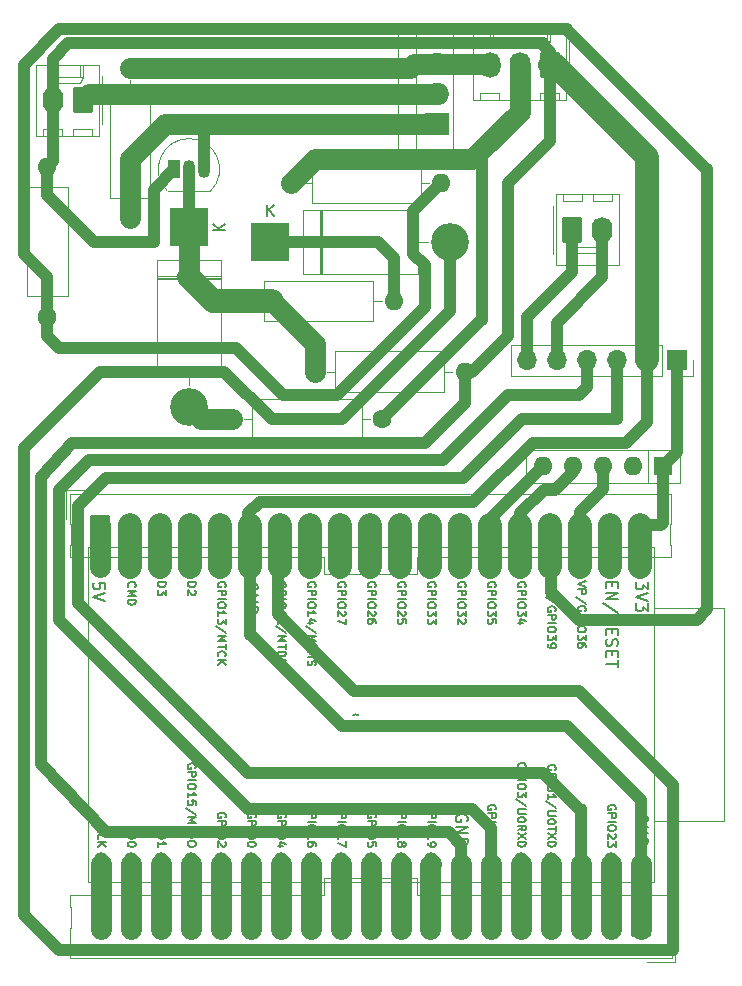
<source format=gbr>
%TF.GenerationSoftware,KiCad,Pcbnew,8.0.8-8.0.8-0~ubuntu22.04.1*%
%TF.CreationDate,2025-02-12T21:06:57+01:00*%
%TF.ProjectId,BrakeOutBoard,4272616b-654f-4757-9442-6f6172642e6b,rev?*%
%TF.SameCoordinates,Original*%
%TF.FileFunction,Legend,Top*%
%TF.FilePolarity,Positive*%
%FSLAX46Y46*%
G04 Gerber Fmt 4.6, Leading zero omitted, Abs format (unit mm)*
G04 Created by KiCad (PCBNEW 8.0.8-8.0.8-0~ubuntu22.04.1) date 2025-02-12 21:06:57*
%MOMM*%
%LPD*%
G01*
G04 APERTURE LIST*
G04 Aperture macros list*
%AMRoundRect*
0 Rectangle with rounded corners*
0 $1 Rounding radius*
0 $2 $3 $4 $5 $6 $7 $8 $9 X,Y pos of 4 corners*
0 Add a 4 corners polygon primitive as box body*
4,1,4,$2,$3,$4,$5,$6,$7,$8,$9,$2,$3,0*
0 Add four circle primitives for the rounded corners*
1,1,$1+$1,$2,$3*
1,1,$1+$1,$4,$5*
1,1,$1+$1,$6,$7*
1,1,$1+$1,$8,$9*
0 Add four rect primitives between the rounded corners*
20,1,$1+$1,$2,$3,$4,$5,0*
20,1,$1+$1,$4,$5,$6,$7,0*
20,1,$1+$1,$6,$7,$8,$9,0*
20,1,$1+$1,$8,$9,$2,$3,0*%
G04 Aperture macros list end*
%ADD10C,0.150000*%
%ADD11C,0.120000*%
%TA.AperFunction,ComponentPad*%
%ADD12RoundRect,0.250000X-0.620000X-0.845000X0.620000X-0.845000X0.620000X0.845000X-0.620000X0.845000X0*%
%TD*%
%TA.AperFunction,ComponentPad*%
%ADD13O,1.740000X2.190000*%
%TD*%
%TA.AperFunction,ComponentPad*%
%ADD14R,1.050000X1.500000*%
%TD*%
%TA.AperFunction,ComponentPad*%
%ADD15O,1.050000X1.500000*%
%TD*%
%TA.AperFunction,ComponentPad*%
%ADD16C,1.600000*%
%TD*%
%TA.AperFunction,ComponentPad*%
%ADD17O,1.600000X1.600000*%
%TD*%
%TA.AperFunction,ComponentPad*%
%ADD18R,3.200000X3.200000*%
%TD*%
%TA.AperFunction,ComponentPad*%
%ADD19O,3.200000X3.200000*%
%TD*%
%TA.AperFunction,ComponentPad*%
%ADD20R,2.000000X1.905000*%
%TD*%
%TA.AperFunction,ComponentPad*%
%ADD21O,2.000000X1.905000*%
%TD*%
%TA.AperFunction,ComponentPad*%
%ADD22R,1.700000X1.700000*%
%TD*%
%TA.AperFunction,ComponentPad*%
%ADD23O,1.700000X1.700000*%
%TD*%
%TA.AperFunction,ComponentPad*%
%ADD24RoundRect,0.250000X-0.620000X-0.620000X0.620000X-0.620000X0.620000X0.620000X-0.620000X0.620000X0*%
%TD*%
%TA.AperFunction,ComponentPad*%
%ADD25C,1.740000*%
%TD*%
%TA.AperFunction,ComponentPad*%
%ADD26RoundRect,0.250000X0.620000X0.845000X-0.620000X0.845000X-0.620000X-0.845000X0.620000X-0.845000X0*%
%TD*%
%TA.AperFunction,ComponentPad*%
%ADD27R,1.600000X1.600000*%
%TD*%
%TA.AperFunction,ComponentPad*%
%ADD28R,1.200000X2.000000*%
%TD*%
%TA.AperFunction,ComponentPad*%
%ADD29O,1.200000X2.000000*%
%TD*%
%TA.AperFunction,ComponentPad*%
%ADD30RoundRect,0.250000X0.620000X0.620000X-0.620000X0.620000X-0.620000X-0.620000X0.620000X-0.620000X0*%
%TD*%
%TA.AperFunction,Conductor*%
%ADD31C,1.800000*%
%TD*%
%TA.AperFunction,Conductor*%
%ADD32C,2.000000*%
%TD*%
%TA.AperFunction,Conductor*%
%ADD33C,1.000000*%
%TD*%
G04 APERTURE END LIST*
D10*
X68054819Y-68021904D02*
X67054819Y-68021904D01*
X68054819Y-67450476D02*
X67483390Y-67879047D01*
X67054819Y-67450476D02*
X67626247Y-68021904D01*
X71618095Y-66854819D02*
X71618095Y-65854819D01*
X72189523Y-66854819D02*
X71760952Y-66283390D01*
X72189523Y-65854819D02*
X71618095Y-66426247D01*
X78908095Y-109073866D02*
X78955714Y-109026247D01*
X78955714Y-109026247D02*
X79050952Y-108978628D01*
X79050952Y-108978628D02*
X79241428Y-109073866D01*
X79241428Y-109073866D02*
X79336666Y-109026247D01*
X79336666Y-109026247D02*
X79384285Y-108978628D01*
X73170633Y-98202017D02*
X73203966Y-98135350D01*
X73203966Y-98135350D02*
X73203966Y-98035350D01*
X73203966Y-98035350D02*
X73170633Y-97935350D01*
X73170633Y-97935350D02*
X73103966Y-97868684D01*
X73103966Y-97868684D02*
X73037300Y-97835350D01*
X73037300Y-97835350D02*
X72903966Y-97802017D01*
X72903966Y-97802017D02*
X72803966Y-97802017D01*
X72803966Y-97802017D02*
X72670633Y-97835350D01*
X72670633Y-97835350D02*
X72603966Y-97868684D01*
X72603966Y-97868684D02*
X72537300Y-97935350D01*
X72537300Y-97935350D02*
X72503966Y-98035350D01*
X72503966Y-98035350D02*
X72503966Y-98102017D01*
X72503966Y-98102017D02*
X72537300Y-98202017D01*
X72537300Y-98202017D02*
X72570633Y-98235350D01*
X72570633Y-98235350D02*
X72803966Y-98235350D01*
X72803966Y-98235350D02*
X72803966Y-98102017D01*
X72503966Y-98535350D02*
X73203966Y-98535350D01*
X73203966Y-98535350D02*
X73203966Y-98802017D01*
X73203966Y-98802017D02*
X73170633Y-98868684D01*
X73170633Y-98868684D02*
X73137300Y-98902017D01*
X73137300Y-98902017D02*
X73070633Y-98935350D01*
X73070633Y-98935350D02*
X72970633Y-98935350D01*
X72970633Y-98935350D02*
X72903966Y-98902017D01*
X72903966Y-98902017D02*
X72870633Y-98868684D01*
X72870633Y-98868684D02*
X72837300Y-98802017D01*
X72837300Y-98802017D02*
X72837300Y-98535350D01*
X72503966Y-99235350D02*
X73203966Y-99235350D01*
X73203966Y-99702017D02*
X73203966Y-99835350D01*
X73203966Y-99835350D02*
X73170633Y-99902017D01*
X73170633Y-99902017D02*
X73103966Y-99968683D01*
X73103966Y-99968683D02*
X72970633Y-100002017D01*
X72970633Y-100002017D02*
X72737300Y-100002017D01*
X72737300Y-100002017D02*
X72603966Y-99968683D01*
X72603966Y-99968683D02*
X72537300Y-99902017D01*
X72537300Y-99902017D02*
X72503966Y-99835350D01*
X72503966Y-99835350D02*
X72503966Y-99702017D01*
X72503966Y-99702017D02*
X72537300Y-99635350D01*
X72537300Y-99635350D02*
X72603966Y-99568683D01*
X72603966Y-99568683D02*
X72737300Y-99535350D01*
X72737300Y-99535350D02*
X72970633Y-99535350D01*
X72970633Y-99535350D02*
X73103966Y-99568683D01*
X73103966Y-99568683D02*
X73170633Y-99635350D01*
X73170633Y-99635350D02*
X73203966Y-99702017D01*
X72503966Y-100668683D02*
X72503966Y-100268683D01*
X72503966Y-100468683D02*
X73203966Y-100468683D01*
X73203966Y-100468683D02*
X73103966Y-100402016D01*
X73103966Y-100402016D02*
X73037300Y-100335350D01*
X73037300Y-100335350D02*
X73003966Y-100268683D01*
X73137300Y-100935350D02*
X73170633Y-100968683D01*
X73170633Y-100968683D02*
X73203966Y-101035350D01*
X73203966Y-101035350D02*
X73203966Y-101202017D01*
X73203966Y-101202017D02*
X73170633Y-101268683D01*
X73170633Y-101268683D02*
X73137300Y-101302017D01*
X73137300Y-101302017D02*
X73070633Y-101335350D01*
X73070633Y-101335350D02*
X73003966Y-101335350D01*
X73003966Y-101335350D02*
X72903966Y-101302017D01*
X72903966Y-101302017D02*
X72503966Y-100902017D01*
X72503966Y-100902017D02*
X72503966Y-101335350D01*
X73237300Y-102135350D02*
X72337300Y-101535350D01*
X72503966Y-102368683D02*
X73203966Y-102368683D01*
X73203966Y-102368683D02*
X72703966Y-102602017D01*
X72703966Y-102602017D02*
X73203966Y-102835350D01*
X73203966Y-102835350D02*
X72503966Y-102835350D01*
X73203966Y-103068683D02*
X73203966Y-103468683D01*
X72503966Y-103268683D02*
X73203966Y-103268683D01*
X72503966Y-103702016D02*
X73203966Y-103702016D01*
X73203966Y-103702016D02*
X73203966Y-103868683D01*
X73203966Y-103868683D02*
X73170633Y-103968683D01*
X73170633Y-103968683D02*
X73103966Y-104035350D01*
X73103966Y-104035350D02*
X73037300Y-104068683D01*
X73037300Y-104068683D02*
X72903966Y-104102016D01*
X72903966Y-104102016D02*
X72803966Y-104102016D01*
X72803966Y-104102016D02*
X72670633Y-104068683D01*
X72670633Y-104068683D02*
X72603966Y-104035350D01*
X72603966Y-104035350D02*
X72537300Y-103968683D01*
X72537300Y-103968683D02*
X72503966Y-103868683D01*
X72503966Y-103868683D02*
X72503966Y-103702016D01*
X72503966Y-104402016D02*
X73203966Y-104402016D01*
X90950633Y-98202017D02*
X90983966Y-98135350D01*
X90983966Y-98135350D02*
X90983966Y-98035350D01*
X90983966Y-98035350D02*
X90950633Y-97935350D01*
X90950633Y-97935350D02*
X90883966Y-97868684D01*
X90883966Y-97868684D02*
X90817300Y-97835350D01*
X90817300Y-97835350D02*
X90683966Y-97802017D01*
X90683966Y-97802017D02*
X90583966Y-97802017D01*
X90583966Y-97802017D02*
X90450633Y-97835350D01*
X90450633Y-97835350D02*
X90383966Y-97868684D01*
X90383966Y-97868684D02*
X90317300Y-97935350D01*
X90317300Y-97935350D02*
X90283966Y-98035350D01*
X90283966Y-98035350D02*
X90283966Y-98102017D01*
X90283966Y-98102017D02*
X90317300Y-98202017D01*
X90317300Y-98202017D02*
X90350633Y-98235350D01*
X90350633Y-98235350D02*
X90583966Y-98235350D01*
X90583966Y-98235350D02*
X90583966Y-98102017D01*
X90283966Y-98535350D02*
X90983966Y-98535350D01*
X90983966Y-98535350D02*
X90983966Y-98802017D01*
X90983966Y-98802017D02*
X90950633Y-98868684D01*
X90950633Y-98868684D02*
X90917300Y-98902017D01*
X90917300Y-98902017D02*
X90850633Y-98935350D01*
X90850633Y-98935350D02*
X90750633Y-98935350D01*
X90750633Y-98935350D02*
X90683966Y-98902017D01*
X90683966Y-98902017D02*
X90650633Y-98868684D01*
X90650633Y-98868684D02*
X90617300Y-98802017D01*
X90617300Y-98802017D02*
X90617300Y-98535350D01*
X90283966Y-99235350D02*
X90983966Y-99235350D01*
X90983966Y-99702017D02*
X90983966Y-99835350D01*
X90983966Y-99835350D02*
X90950633Y-99902017D01*
X90950633Y-99902017D02*
X90883966Y-99968683D01*
X90883966Y-99968683D02*
X90750633Y-100002017D01*
X90750633Y-100002017D02*
X90517300Y-100002017D01*
X90517300Y-100002017D02*
X90383966Y-99968683D01*
X90383966Y-99968683D02*
X90317300Y-99902017D01*
X90317300Y-99902017D02*
X90283966Y-99835350D01*
X90283966Y-99835350D02*
X90283966Y-99702017D01*
X90283966Y-99702017D02*
X90317300Y-99635350D01*
X90317300Y-99635350D02*
X90383966Y-99568683D01*
X90383966Y-99568683D02*
X90517300Y-99535350D01*
X90517300Y-99535350D02*
X90750633Y-99535350D01*
X90750633Y-99535350D02*
X90883966Y-99568683D01*
X90883966Y-99568683D02*
X90950633Y-99635350D01*
X90950633Y-99635350D02*
X90983966Y-99702017D01*
X90983966Y-100235350D02*
X90983966Y-100668683D01*
X90983966Y-100668683D02*
X90717300Y-100435350D01*
X90717300Y-100435350D02*
X90717300Y-100535350D01*
X90717300Y-100535350D02*
X90683966Y-100602016D01*
X90683966Y-100602016D02*
X90650633Y-100635350D01*
X90650633Y-100635350D02*
X90583966Y-100668683D01*
X90583966Y-100668683D02*
X90417300Y-100668683D01*
X90417300Y-100668683D02*
X90350633Y-100635350D01*
X90350633Y-100635350D02*
X90317300Y-100602016D01*
X90317300Y-100602016D02*
X90283966Y-100535350D01*
X90283966Y-100535350D02*
X90283966Y-100335350D01*
X90283966Y-100335350D02*
X90317300Y-100268683D01*
X90317300Y-100268683D02*
X90350633Y-100235350D01*
X90983966Y-101302017D02*
X90983966Y-100968683D01*
X90983966Y-100968683D02*
X90650633Y-100935350D01*
X90650633Y-100935350D02*
X90683966Y-100968683D01*
X90683966Y-100968683D02*
X90717300Y-101035350D01*
X90717300Y-101035350D02*
X90717300Y-101202017D01*
X90717300Y-101202017D02*
X90683966Y-101268683D01*
X90683966Y-101268683D02*
X90650633Y-101302017D01*
X90650633Y-101302017D02*
X90583966Y-101335350D01*
X90583966Y-101335350D02*
X90417300Y-101335350D01*
X90417300Y-101335350D02*
X90350633Y-101302017D01*
X90350633Y-101302017D02*
X90317300Y-101268683D01*
X90317300Y-101268683D02*
X90283966Y-101202017D01*
X90283966Y-101202017D02*
X90283966Y-101035350D01*
X90283966Y-101035350D02*
X90317300Y-100968683D01*
X90317300Y-100968683D02*
X90350633Y-100935350D01*
X75710633Y-98202017D02*
X75743966Y-98135350D01*
X75743966Y-98135350D02*
X75743966Y-98035350D01*
X75743966Y-98035350D02*
X75710633Y-97935350D01*
X75710633Y-97935350D02*
X75643966Y-97868684D01*
X75643966Y-97868684D02*
X75577300Y-97835350D01*
X75577300Y-97835350D02*
X75443966Y-97802017D01*
X75443966Y-97802017D02*
X75343966Y-97802017D01*
X75343966Y-97802017D02*
X75210633Y-97835350D01*
X75210633Y-97835350D02*
X75143966Y-97868684D01*
X75143966Y-97868684D02*
X75077300Y-97935350D01*
X75077300Y-97935350D02*
X75043966Y-98035350D01*
X75043966Y-98035350D02*
X75043966Y-98102017D01*
X75043966Y-98102017D02*
X75077300Y-98202017D01*
X75077300Y-98202017D02*
X75110633Y-98235350D01*
X75110633Y-98235350D02*
X75343966Y-98235350D01*
X75343966Y-98235350D02*
X75343966Y-98102017D01*
X75043966Y-98535350D02*
X75743966Y-98535350D01*
X75743966Y-98535350D02*
X75743966Y-98802017D01*
X75743966Y-98802017D02*
X75710633Y-98868684D01*
X75710633Y-98868684D02*
X75677300Y-98902017D01*
X75677300Y-98902017D02*
X75610633Y-98935350D01*
X75610633Y-98935350D02*
X75510633Y-98935350D01*
X75510633Y-98935350D02*
X75443966Y-98902017D01*
X75443966Y-98902017D02*
X75410633Y-98868684D01*
X75410633Y-98868684D02*
X75377300Y-98802017D01*
X75377300Y-98802017D02*
X75377300Y-98535350D01*
X75043966Y-99235350D02*
X75743966Y-99235350D01*
X75743966Y-99702017D02*
X75743966Y-99835350D01*
X75743966Y-99835350D02*
X75710633Y-99902017D01*
X75710633Y-99902017D02*
X75643966Y-99968683D01*
X75643966Y-99968683D02*
X75510633Y-100002017D01*
X75510633Y-100002017D02*
X75277300Y-100002017D01*
X75277300Y-100002017D02*
X75143966Y-99968683D01*
X75143966Y-99968683D02*
X75077300Y-99902017D01*
X75077300Y-99902017D02*
X75043966Y-99835350D01*
X75043966Y-99835350D02*
X75043966Y-99702017D01*
X75043966Y-99702017D02*
X75077300Y-99635350D01*
X75077300Y-99635350D02*
X75143966Y-99568683D01*
X75143966Y-99568683D02*
X75277300Y-99535350D01*
X75277300Y-99535350D02*
X75510633Y-99535350D01*
X75510633Y-99535350D02*
X75643966Y-99568683D01*
X75643966Y-99568683D02*
X75710633Y-99635350D01*
X75710633Y-99635350D02*
X75743966Y-99702017D01*
X75043966Y-100668683D02*
X75043966Y-100268683D01*
X75043966Y-100468683D02*
X75743966Y-100468683D01*
X75743966Y-100468683D02*
X75643966Y-100402016D01*
X75643966Y-100402016D02*
X75577300Y-100335350D01*
X75577300Y-100335350D02*
X75543966Y-100268683D01*
X75510633Y-101268683D02*
X75043966Y-101268683D01*
X75777300Y-101102017D02*
X75277300Y-100935350D01*
X75277300Y-100935350D02*
X75277300Y-101368683D01*
X75777300Y-102135350D02*
X74877300Y-101535350D01*
X75043966Y-102368683D02*
X75743966Y-102368683D01*
X75743966Y-102368683D02*
X75243966Y-102602017D01*
X75243966Y-102602017D02*
X75743966Y-102835350D01*
X75743966Y-102835350D02*
X75043966Y-102835350D01*
X75743966Y-103068683D02*
X75743966Y-103468683D01*
X75043966Y-103268683D02*
X75743966Y-103268683D01*
X75043966Y-103702016D02*
X75743966Y-103702016D01*
X75743966Y-103702016D02*
X75243966Y-103935350D01*
X75243966Y-103935350D02*
X75743966Y-104168683D01*
X75743966Y-104168683D02*
X75043966Y-104168683D01*
X75077300Y-104468683D02*
X75043966Y-104568683D01*
X75043966Y-104568683D02*
X75043966Y-104735350D01*
X75043966Y-104735350D02*
X75077300Y-104802016D01*
X75077300Y-104802016D02*
X75110633Y-104835350D01*
X75110633Y-104835350D02*
X75177300Y-104868683D01*
X75177300Y-104868683D02*
X75243966Y-104868683D01*
X75243966Y-104868683D02*
X75310633Y-104835350D01*
X75310633Y-104835350D02*
X75343966Y-104802016D01*
X75343966Y-104802016D02*
X75377300Y-104735350D01*
X75377300Y-104735350D02*
X75410633Y-104602016D01*
X75410633Y-104602016D02*
X75443966Y-104535350D01*
X75443966Y-104535350D02*
X75477300Y-104502016D01*
X75477300Y-104502016D02*
X75543966Y-104468683D01*
X75543966Y-104468683D02*
X75610633Y-104468683D01*
X75610633Y-104468683D02*
X75677300Y-104502016D01*
X75677300Y-104502016D02*
X75710633Y-104535350D01*
X75710633Y-104535350D02*
X75743966Y-104602016D01*
X75743966Y-104602016D02*
X75743966Y-104768683D01*
X75743966Y-104768683D02*
X75710633Y-104868683D01*
X103797561Y-118045601D02*
X103845180Y-117950363D01*
X103845180Y-117950363D02*
X103845180Y-117807506D01*
X103845180Y-117807506D02*
X103797561Y-117664649D01*
X103797561Y-117664649D02*
X103702323Y-117569411D01*
X103702323Y-117569411D02*
X103607085Y-117521792D01*
X103607085Y-117521792D02*
X103416609Y-117474173D01*
X103416609Y-117474173D02*
X103273752Y-117474173D01*
X103273752Y-117474173D02*
X103083276Y-117521792D01*
X103083276Y-117521792D02*
X102988038Y-117569411D01*
X102988038Y-117569411D02*
X102892800Y-117664649D01*
X102892800Y-117664649D02*
X102845180Y-117807506D01*
X102845180Y-117807506D02*
X102845180Y-117902744D01*
X102845180Y-117902744D02*
X102892800Y-118045601D01*
X102892800Y-118045601D02*
X102940419Y-118093220D01*
X102940419Y-118093220D02*
X103273752Y-118093220D01*
X103273752Y-118093220D02*
X103273752Y-117902744D01*
X102845180Y-118521792D02*
X103845180Y-118521792D01*
X103845180Y-118521792D02*
X102845180Y-119093220D01*
X102845180Y-119093220D02*
X103845180Y-119093220D01*
X102845180Y-119569411D02*
X103845180Y-119569411D01*
X103845180Y-119569411D02*
X103845180Y-119807506D01*
X103845180Y-119807506D02*
X103797561Y-119950363D01*
X103797561Y-119950363D02*
X103702323Y-120045601D01*
X103702323Y-120045601D02*
X103607085Y-120093220D01*
X103607085Y-120093220D02*
X103416609Y-120140839D01*
X103416609Y-120140839D02*
X103273752Y-120140839D01*
X103273752Y-120140839D02*
X103083276Y-120093220D01*
X103083276Y-120093220D02*
X102988038Y-120045601D01*
X102988038Y-120045601D02*
X102892800Y-119950363D01*
X102892800Y-119950363D02*
X102845180Y-119807506D01*
X102845180Y-119807506D02*
X102845180Y-119569411D01*
X68090633Y-98202017D02*
X68123966Y-98135350D01*
X68123966Y-98135350D02*
X68123966Y-98035350D01*
X68123966Y-98035350D02*
X68090633Y-97935350D01*
X68090633Y-97935350D02*
X68023966Y-97868684D01*
X68023966Y-97868684D02*
X67957300Y-97835350D01*
X67957300Y-97835350D02*
X67823966Y-97802017D01*
X67823966Y-97802017D02*
X67723966Y-97802017D01*
X67723966Y-97802017D02*
X67590633Y-97835350D01*
X67590633Y-97835350D02*
X67523966Y-97868684D01*
X67523966Y-97868684D02*
X67457300Y-97935350D01*
X67457300Y-97935350D02*
X67423966Y-98035350D01*
X67423966Y-98035350D02*
X67423966Y-98102017D01*
X67423966Y-98102017D02*
X67457300Y-98202017D01*
X67457300Y-98202017D02*
X67490633Y-98235350D01*
X67490633Y-98235350D02*
X67723966Y-98235350D01*
X67723966Y-98235350D02*
X67723966Y-98102017D01*
X67423966Y-98535350D02*
X68123966Y-98535350D01*
X68123966Y-98535350D02*
X68123966Y-98802017D01*
X68123966Y-98802017D02*
X68090633Y-98868684D01*
X68090633Y-98868684D02*
X68057300Y-98902017D01*
X68057300Y-98902017D02*
X67990633Y-98935350D01*
X67990633Y-98935350D02*
X67890633Y-98935350D01*
X67890633Y-98935350D02*
X67823966Y-98902017D01*
X67823966Y-98902017D02*
X67790633Y-98868684D01*
X67790633Y-98868684D02*
X67757300Y-98802017D01*
X67757300Y-98802017D02*
X67757300Y-98535350D01*
X67423966Y-99235350D02*
X68123966Y-99235350D01*
X68123966Y-99702017D02*
X68123966Y-99835350D01*
X68123966Y-99835350D02*
X68090633Y-99902017D01*
X68090633Y-99902017D02*
X68023966Y-99968683D01*
X68023966Y-99968683D02*
X67890633Y-100002017D01*
X67890633Y-100002017D02*
X67657300Y-100002017D01*
X67657300Y-100002017D02*
X67523966Y-99968683D01*
X67523966Y-99968683D02*
X67457300Y-99902017D01*
X67457300Y-99902017D02*
X67423966Y-99835350D01*
X67423966Y-99835350D02*
X67423966Y-99702017D01*
X67423966Y-99702017D02*
X67457300Y-99635350D01*
X67457300Y-99635350D02*
X67523966Y-99568683D01*
X67523966Y-99568683D02*
X67657300Y-99535350D01*
X67657300Y-99535350D02*
X67890633Y-99535350D01*
X67890633Y-99535350D02*
X68023966Y-99568683D01*
X68023966Y-99568683D02*
X68090633Y-99635350D01*
X68090633Y-99635350D02*
X68123966Y-99702017D01*
X67423966Y-100668683D02*
X67423966Y-100268683D01*
X67423966Y-100468683D02*
X68123966Y-100468683D01*
X68123966Y-100468683D02*
X68023966Y-100402016D01*
X68023966Y-100402016D02*
X67957300Y-100335350D01*
X67957300Y-100335350D02*
X67923966Y-100268683D01*
X68123966Y-100902017D02*
X68123966Y-101335350D01*
X68123966Y-101335350D02*
X67857300Y-101102017D01*
X67857300Y-101102017D02*
X67857300Y-101202017D01*
X67857300Y-101202017D02*
X67823966Y-101268683D01*
X67823966Y-101268683D02*
X67790633Y-101302017D01*
X67790633Y-101302017D02*
X67723966Y-101335350D01*
X67723966Y-101335350D02*
X67557300Y-101335350D01*
X67557300Y-101335350D02*
X67490633Y-101302017D01*
X67490633Y-101302017D02*
X67457300Y-101268683D01*
X67457300Y-101268683D02*
X67423966Y-101202017D01*
X67423966Y-101202017D02*
X67423966Y-101002017D01*
X67423966Y-101002017D02*
X67457300Y-100935350D01*
X67457300Y-100935350D02*
X67490633Y-100902017D01*
X68157300Y-102135350D02*
X67257300Y-101535350D01*
X67423966Y-102368683D02*
X68123966Y-102368683D01*
X68123966Y-102368683D02*
X67623966Y-102602017D01*
X67623966Y-102602017D02*
X68123966Y-102835350D01*
X68123966Y-102835350D02*
X67423966Y-102835350D01*
X68123966Y-103068683D02*
X68123966Y-103468683D01*
X67423966Y-103268683D02*
X68123966Y-103268683D01*
X67490633Y-104102016D02*
X67457300Y-104068683D01*
X67457300Y-104068683D02*
X67423966Y-103968683D01*
X67423966Y-103968683D02*
X67423966Y-103902016D01*
X67423966Y-103902016D02*
X67457300Y-103802016D01*
X67457300Y-103802016D02*
X67523966Y-103735350D01*
X67523966Y-103735350D02*
X67590633Y-103702016D01*
X67590633Y-103702016D02*
X67723966Y-103668683D01*
X67723966Y-103668683D02*
X67823966Y-103668683D01*
X67823966Y-103668683D02*
X67957300Y-103702016D01*
X67957300Y-103702016D02*
X68023966Y-103735350D01*
X68023966Y-103735350D02*
X68090633Y-103802016D01*
X68090633Y-103802016D02*
X68123966Y-103902016D01*
X68123966Y-103902016D02*
X68123966Y-103968683D01*
X68123966Y-103968683D02*
X68090633Y-104068683D01*
X68090633Y-104068683D02*
X68057300Y-104102016D01*
X67423966Y-104402016D02*
X68123966Y-104402016D01*
X67423966Y-104802016D02*
X67823966Y-104502016D01*
X68123966Y-104802016D02*
X67723966Y-104402016D01*
X57330633Y-118931315D02*
X57297300Y-118897982D01*
X57297300Y-118897982D02*
X57263966Y-118797982D01*
X57263966Y-118797982D02*
X57263966Y-118731315D01*
X57263966Y-118731315D02*
X57297300Y-118631315D01*
X57297300Y-118631315D02*
X57363966Y-118564649D01*
X57363966Y-118564649D02*
X57430633Y-118531315D01*
X57430633Y-118531315D02*
X57563966Y-118497982D01*
X57563966Y-118497982D02*
X57663966Y-118497982D01*
X57663966Y-118497982D02*
X57797300Y-118531315D01*
X57797300Y-118531315D02*
X57863966Y-118564649D01*
X57863966Y-118564649D02*
X57930633Y-118631315D01*
X57930633Y-118631315D02*
X57963966Y-118731315D01*
X57963966Y-118731315D02*
X57963966Y-118797982D01*
X57963966Y-118797982D02*
X57930633Y-118897982D01*
X57930633Y-118897982D02*
X57897300Y-118931315D01*
X57263966Y-119564649D02*
X57263966Y-119231315D01*
X57263966Y-119231315D02*
X57963966Y-119231315D01*
X57263966Y-119797982D02*
X57963966Y-119797982D01*
X57263966Y-120197982D02*
X57663966Y-119897982D01*
X57963966Y-120197982D02*
X57563966Y-119797982D01*
X62343966Y-119131315D02*
X63043966Y-119131315D01*
X63043966Y-119131315D02*
X63043966Y-119297982D01*
X63043966Y-119297982D02*
X63010633Y-119397982D01*
X63010633Y-119397982D02*
X62943966Y-119464649D01*
X62943966Y-119464649D02*
X62877300Y-119497982D01*
X62877300Y-119497982D02*
X62743966Y-119531315D01*
X62743966Y-119531315D02*
X62643966Y-119531315D01*
X62643966Y-119531315D02*
X62510633Y-119497982D01*
X62510633Y-119497982D02*
X62443966Y-119464649D01*
X62443966Y-119464649D02*
X62377300Y-119397982D01*
X62377300Y-119397982D02*
X62343966Y-119297982D01*
X62343966Y-119297982D02*
X62343966Y-119131315D01*
X62343966Y-120197982D02*
X62343966Y-119797982D01*
X62343966Y-119997982D02*
X63043966Y-119997982D01*
X63043966Y-119997982D02*
X62943966Y-119931315D01*
X62943966Y-119931315D02*
X62877300Y-119864649D01*
X62877300Y-119864649D02*
X62843966Y-119797982D01*
X88557561Y-118045601D02*
X88605180Y-117950363D01*
X88605180Y-117950363D02*
X88605180Y-117807506D01*
X88605180Y-117807506D02*
X88557561Y-117664649D01*
X88557561Y-117664649D02*
X88462323Y-117569411D01*
X88462323Y-117569411D02*
X88367085Y-117521792D01*
X88367085Y-117521792D02*
X88176609Y-117474173D01*
X88176609Y-117474173D02*
X88033752Y-117474173D01*
X88033752Y-117474173D02*
X87843276Y-117521792D01*
X87843276Y-117521792D02*
X87748038Y-117569411D01*
X87748038Y-117569411D02*
X87652800Y-117664649D01*
X87652800Y-117664649D02*
X87605180Y-117807506D01*
X87605180Y-117807506D02*
X87605180Y-117902744D01*
X87605180Y-117902744D02*
X87652800Y-118045601D01*
X87652800Y-118045601D02*
X87700419Y-118093220D01*
X87700419Y-118093220D02*
X88033752Y-118093220D01*
X88033752Y-118093220D02*
X88033752Y-117902744D01*
X87605180Y-118521792D02*
X88605180Y-118521792D01*
X88605180Y-118521792D02*
X87605180Y-119093220D01*
X87605180Y-119093220D02*
X88605180Y-119093220D01*
X87605180Y-119569411D02*
X88605180Y-119569411D01*
X88605180Y-119569411D02*
X88605180Y-119807506D01*
X88605180Y-119807506D02*
X88557561Y-119950363D01*
X88557561Y-119950363D02*
X88462323Y-120045601D01*
X88462323Y-120045601D02*
X88367085Y-120093220D01*
X88367085Y-120093220D02*
X88176609Y-120140839D01*
X88176609Y-120140839D02*
X88033752Y-120140839D01*
X88033752Y-120140839D02*
X87843276Y-120093220D01*
X87843276Y-120093220D02*
X87748038Y-120045601D01*
X87748038Y-120045601D02*
X87652800Y-119950363D01*
X87652800Y-119950363D02*
X87605180Y-119807506D01*
X87605180Y-119807506D02*
X87605180Y-119569411D01*
X85870633Y-98202017D02*
X85903966Y-98135350D01*
X85903966Y-98135350D02*
X85903966Y-98035350D01*
X85903966Y-98035350D02*
X85870633Y-97935350D01*
X85870633Y-97935350D02*
X85803966Y-97868684D01*
X85803966Y-97868684D02*
X85737300Y-97835350D01*
X85737300Y-97835350D02*
X85603966Y-97802017D01*
X85603966Y-97802017D02*
X85503966Y-97802017D01*
X85503966Y-97802017D02*
X85370633Y-97835350D01*
X85370633Y-97835350D02*
X85303966Y-97868684D01*
X85303966Y-97868684D02*
X85237300Y-97935350D01*
X85237300Y-97935350D02*
X85203966Y-98035350D01*
X85203966Y-98035350D02*
X85203966Y-98102017D01*
X85203966Y-98102017D02*
X85237300Y-98202017D01*
X85237300Y-98202017D02*
X85270633Y-98235350D01*
X85270633Y-98235350D02*
X85503966Y-98235350D01*
X85503966Y-98235350D02*
X85503966Y-98102017D01*
X85203966Y-98535350D02*
X85903966Y-98535350D01*
X85903966Y-98535350D02*
X85903966Y-98802017D01*
X85903966Y-98802017D02*
X85870633Y-98868684D01*
X85870633Y-98868684D02*
X85837300Y-98902017D01*
X85837300Y-98902017D02*
X85770633Y-98935350D01*
X85770633Y-98935350D02*
X85670633Y-98935350D01*
X85670633Y-98935350D02*
X85603966Y-98902017D01*
X85603966Y-98902017D02*
X85570633Y-98868684D01*
X85570633Y-98868684D02*
X85537300Y-98802017D01*
X85537300Y-98802017D02*
X85537300Y-98535350D01*
X85203966Y-99235350D02*
X85903966Y-99235350D01*
X85903966Y-99702017D02*
X85903966Y-99835350D01*
X85903966Y-99835350D02*
X85870633Y-99902017D01*
X85870633Y-99902017D02*
X85803966Y-99968683D01*
X85803966Y-99968683D02*
X85670633Y-100002017D01*
X85670633Y-100002017D02*
X85437300Y-100002017D01*
X85437300Y-100002017D02*
X85303966Y-99968683D01*
X85303966Y-99968683D02*
X85237300Y-99902017D01*
X85237300Y-99902017D02*
X85203966Y-99835350D01*
X85203966Y-99835350D02*
X85203966Y-99702017D01*
X85203966Y-99702017D02*
X85237300Y-99635350D01*
X85237300Y-99635350D02*
X85303966Y-99568683D01*
X85303966Y-99568683D02*
X85437300Y-99535350D01*
X85437300Y-99535350D02*
X85670633Y-99535350D01*
X85670633Y-99535350D02*
X85803966Y-99568683D01*
X85803966Y-99568683D02*
X85870633Y-99635350D01*
X85870633Y-99635350D02*
X85903966Y-99702017D01*
X85903966Y-100235350D02*
X85903966Y-100668683D01*
X85903966Y-100668683D02*
X85637300Y-100435350D01*
X85637300Y-100435350D02*
X85637300Y-100535350D01*
X85637300Y-100535350D02*
X85603966Y-100602016D01*
X85603966Y-100602016D02*
X85570633Y-100635350D01*
X85570633Y-100635350D02*
X85503966Y-100668683D01*
X85503966Y-100668683D02*
X85337300Y-100668683D01*
X85337300Y-100668683D02*
X85270633Y-100635350D01*
X85270633Y-100635350D02*
X85237300Y-100602016D01*
X85237300Y-100602016D02*
X85203966Y-100535350D01*
X85203966Y-100535350D02*
X85203966Y-100335350D01*
X85203966Y-100335350D02*
X85237300Y-100268683D01*
X85237300Y-100268683D02*
X85270633Y-100235350D01*
X85903966Y-100902017D02*
X85903966Y-101335350D01*
X85903966Y-101335350D02*
X85637300Y-101102017D01*
X85637300Y-101102017D02*
X85637300Y-101202017D01*
X85637300Y-101202017D02*
X85603966Y-101268683D01*
X85603966Y-101268683D02*
X85570633Y-101302017D01*
X85570633Y-101302017D02*
X85503966Y-101335350D01*
X85503966Y-101335350D02*
X85337300Y-101335350D01*
X85337300Y-101335350D02*
X85270633Y-101302017D01*
X85270633Y-101302017D02*
X85237300Y-101268683D01*
X85237300Y-101268683D02*
X85203966Y-101202017D01*
X85203966Y-101202017D02*
X85203966Y-101002017D01*
X85203966Y-101002017D02*
X85237300Y-100935350D01*
X85237300Y-100935350D02*
X85270633Y-100902017D01*
X64883966Y-97835350D02*
X65583966Y-97835350D01*
X65583966Y-97835350D02*
X65583966Y-98002017D01*
X65583966Y-98002017D02*
X65550633Y-98102017D01*
X65550633Y-98102017D02*
X65483966Y-98168684D01*
X65483966Y-98168684D02*
X65417300Y-98202017D01*
X65417300Y-98202017D02*
X65283966Y-98235350D01*
X65283966Y-98235350D02*
X65183966Y-98235350D01*
X65183966Y-98235350D02*
X65050633Y-98202017D01*
X65050633Y-98202017D02*
X64983966Y-98168684D01*
X64983966Y-98168684D02*
X64917300Y-98102017D01*
X64917300Y-98102017D02*
X64883966Y-98002017D01*
X64883966Y-98002017D02*
X64883966Y-97835350D01*
X65517300Y-98502017D02*
X65550633Y-98535350D01*
X65550633Y-98535350D02*
X65583966Y-98602017D01*
X65583966Y-98602017D02*
X65583966Y-98768684D01*
X65583966Y-98768684D02*
X65550633Y-98835350D01*
X65550633Y-98835350D02*
X65517300Y-98868684D01*
X65517300Y-98868684D02*
X65450633Y-98902017D01*
X65450633Y-98902017D02*
X65383966Y-98902017D01*
X65383966Y-98902017D02*
X65283966Y-98868684D01*
X65283966Y-98868684D02*
X64883966Y-98468684D01*
X64883966Y-98468684D02*
X64883966Y-98902017D01*
X59870633Y-98235350D02*
X59837300Y-98202017D01*
X59837300Y-98202017D02*
X59803966Y-98102017D01*
X59803966Y-98102017D02*
X59803966Y-98035350D01*
X59803966Y-98035350D02*
X59837300Y-97935350D01*
X59837300Y-97935350D02*
X59903966Y-97868684D01*
X59903966Y-97868684D02*
X59970633Y-97835350D01*
X59970633Y-97835350D02*
X60103966Y-97802017D01*
X60103966Y-97802017D02*
X60203966Y-97802017D01*
X60203966Y-97802017D02*
X60337300Y-97835350D01*
X60337300Y-97835350D02*
X60403966Y-97868684D01*
X60403966Y-97868684D02*
X60470633Y-97935350D01*
X60470633Y-97935350D02*
X60503966Y-98035350D01*
X60503966Y-98035350D02*
X60503966Y-98102017D01*
X60503966Y-98102017D02*
X60470633Y-98202017D01*
X60470633Y-98202017D02*
X60437300Y-98235350D01*
X59803966Y-98535350D02*
X60503966Y-98535350D01*
X60503966Y-98535350D02*
X60003966Y-98768684D01*
X60003966Y-98768684D02*
X60503966Y-99002017D01*
X60503966Y-99002017D02*
X59803966Y-99002017D01*
X59803966Y-99335350D02*
X60503966Y-99335350D01*
X60503966Y-99335350D02*
X60503966Y-99502017D01*
X60503966Y-99502017D02*
X60470633Y-99602017D01*
X60470633Y-99602017D02*
X60403966Y-99668684D01*
X60403966Y-99668684D02*
X60337300Y-99702017D01*
X60337300Y-99702017D02*
X60203966Y-99735350D01*
X60203966Y-99735350D02*
X60103966Y-99735350D01*
X60103966Y-99735350D02*
X59970633Y-99702017D01*
X59970633Y-99702017D02*
X59903966Y-99668684D01*
X59903966Y-99668684D02*
X59837300Y-99602017D01*
X59837300Y-99602017D02*
X59803966Y-99502017D01*
X59803966Y-99502017D02*
X59803966Y-99335350D01*
X93490633Y-113531316D02*
X93523966Y-113464649D01*
X93523966Y-113464649D02*
X93523966Y-113364649D01*
X93523966Y-113364649D02*
X93490633Y-113264649D01*
X93490633Y-113264649D02*
X93423966Y-113197983D01*
X93423966Y-113197983D02*
X93357300Y-113164649D01*
X93357300Y-113164649D02*
X93223966Y-113131316D01*
X93223966Y-113131316D02*
X93123966Y-113131316D01*
X93123966Y-113131316D02*
X92990633Y-113164649D01*
X92990633Y-113164649D02*
X92923966Y-113197983D01*
X92923966Y-113197983D02*
X92857300Y-113264649D01*
X92857300Y-113264649D02*
X92823966Y-113364649D01*
X92823966Y-113364649D02*
X92823966Y-113431316D01*
X92823966Y-113431316D02*
X92857300Y-113531316D01*
X92857300Y-113531316D02*
X92890633Y-113564649D01*
X92890633Y-113564649D02*
X93123966Y-113564649D01*
X93123966Y-113564649D02*
X93123966Y-113431316D01*
X92823966Y-113864649D02*
X93523966Y-113864649D01*
X93523966Y-113864649D02*
X93523966Y-114131316D01*
X93523966Y-114131316D02*
X93490633Y-114197983D01*
X93490633Y-114197983D02*
X93457300Y-114231316D01*
X93457300Y-114231316D02*
X93390633Y-114264649D01*
X93390633Y-114264649D02*
X93290633Y-114264649D01*
X93290633Y-114264649D02*
X93223966Y-114231316D01*
X93223966Y-114231316D02*
X93190633Y-114197983D01*
X93190633Y-114197983D02*
X93157300Y-114131316D01*
X93157300Y-114131316D02*
X93157300Y-113864649D01*
X92823966Y-114564649D02*
X93523966Y-114564649D01*
X93523966Y-115031316D02*
X93523966Y-115164649D01*
X93523966Y-115164649D02*
X93490633Y-115231316D01*
X93490633Y-115231316D02*
X93423966Y-115297982D01*
X93423966Y-115297982D02*
X93290633Y-115331316D01*
X93290633Y-115331316D02*
X93057300Y-115331316D01*
X93057300Y-115331316D02*
X92923966Y-115297982D01*
X92923966Y-115297982D02*
X92857300Y-115231316D01*
X92857300Y-115231316D02*
X92823966Y-115164649D01*
X92823966Y-115164649D02*
X92823966Y-115031316D01*
X92823966Y-115031316D02*
X92857300Y-114964649D01*
X92857300Y-114964649D02*
X92923966Y-114897982D01*
X92923966Y-114897982D02*
X93057300Y-114864649D01*
X93057300Y-114864649D02*
X93290633Y-114864649D01*
X93290633Y-114864649D02*
X93423966Y-114897982D01*
X93423966Y-114897982D02*
X93490633Y-114964649D01*
X93490633Y-114964649D02*
X93523966Y-115031316D01*
X93523966Y-115564649D02*
X93523966Y-115997982D01*
X93523966Y-115997982D02*
X93257300Y-115764649D01*
X93257300Y-115764649D02*
X93257300Y-115864649D01*
X93257300Y-115864649D02*
X93223966Y-115931315D01*
X93223966Y-115931315D02*
X93190633Y-115964649D01*
X93190633Y-115964649D02*
X93123966Y-115997982D01*
X93123966Y-115997982D02*
X92957300Y-115997982D01*
X92957300Y-115997982D02*
X92890633Y-115964649D01*
X92890633Y-115964649D02*
X92857300Y-115931315D01*
X92857300Y-115931315D02*
X92823966Y-115864649D01*
X92823966Y-115864649D02*
X92823966Y-115664649D01*
X92823966Y-115664649D02*
X92857300Y-115597982D01*
X92857300Y-115597982D02*
X92890633Y-115564649D01*
X93557300Y-116797982D02*
X92657300Y-116197982D01*
X93523966Y-117031315D02*
X92957300Y-117031315D01*
X92957300Y-117031315D02*
X92890633Y-117064649D01*
X92890633Y-117064649D02*
X92857300Y-117097982D01*
X92857300Y-117097982D02*
X92823966Y-117164649D01*
X92823966Y-117164649D02*
X92823966Y-117297982D01*
X92823966Y-117297982D02*
X92857300Y-117364649D01*
X92857300Y-117364649D02*
X92890633Y-117397982D01*
X92890633Y-117397982D02*
X92957300Y-117431315D01*
X92957300Y-117431315D02*
X93523966Y-117431315D01*
X93523966Y-117897982D02*
X93523966Y-117964648D01*
X93523966Y-117964648D02*
X93490633Y-118031315D01*
X93490633Y-118031315D02*
X93457300Y-118064648D01*
X93457300Y-118064648D02*
X93390633Y-118097982D01*
X93390633Y-118097982D02*
X93257300Y-118131315D01*
X93257300Y-118131315D02*
X93090633Y-118131315D01*
X93090633Y-118131315D02*
X92957300Y-118097982D01*
X92957300Y-118097982D02*
X92890633Y-118064648D01*
X92890633Y-118064648D02*
X92857300Y-118031315D01*
X92857300Y-118031315D02*
X92823966Y-117964648D01*
X92823966Y-117964648D02*
X92823966Y-117897982D01*
X92823966Y-117897982D02*
X92857300Y-117831315D01*
X92857300Y-117831315D02*
X92890633Y-117797982D01*
X92890633Y-117797982D02*
X92957300Y-117764648D01*
X92957300Y-117764648D02*
X93090633Y-117731315D01*
X93090633Y-117731315D02*
X93257300Y-117731315D01*
X93257300Y-117731315D02*
X93390633Y-117764648D01*
X93390633Y-117764648D02*
X93457300Y-117797982D01*
X93457300Y-117797982D02*
X93490633Y-117831315D01*
X93490633Y-117831315D02*
X93523966Y-117897982D01*
X92823966Y-118831315D02*
X93157300Y-118597982D01*
X92823966Y-118431315D02*
X93523966Y-118431315D01*
X93523966Y-118431315D02*
X93523966Y-118697982D01*
X93523966Y-118697982D02*
X93490633Y-118764649D01*
X93490633Y-118764649D02*
X93457300Y-118797982D01*
X93457300Y-118797982D02*
X93390633Y-118831315D01*
X93390633Y-118831315D02*
X93290633Y-118831315D01*
X93290633Y-118831315D02*
X93223966Y-118797982D01*
X93223966Y-118797982D02*
X93190633Y-118764649D01*
X93190633Y-118764649D02*
X93157300Y-118697982D01*
X93157300Y-118697982D02*
X93157300Y-118431315D01*
X93523966Y-119064649D02*
X92823966Y-119531315D01*
X93523966Y-119531315D02*
X92823966Y-119064649D01*
X92823966Y-119797982D02*
X93523966Y-119797982D01*
X93523966Y-119797982D02*
X93523966Y-119964649D01*
X93523966Y-119964649D02*
X93490633Y-120064649D01*
X93490633Y-120064649D02*
X93423966Y-120131316D01*
X93423966Y-120131316D02*
X93357300Y-120164649D01*
X93357300Y-120164649D02*
X93223966Y-120197982D01*
X93223966Y-120197982D02*
X93123966Y-120197982D01*
X93123966Y-120197982D02*
X92990633Y-120164649D01*
X92990633Y-120164649D02*
X92923966Y-120131316D01*
X92923966Y-120131316D02*
X92857300Y-120064649D01*
X92857300Y-120064649D02*
X92823966Y-119964649D01*
X92823966Y-119964649D02*
X92823966Y-119797982D01*
X78250633Y-117064649D02*
X78283966Y-116997982D01*
X78283966Y-116997982D02*
X78283966Y-116897982D01*
X78283966Y-116897982D02*
X78250633Y-116797982D01*
X78250633Y-116797982D02*
X78183966Y-116731316D01*
X78183966Y-116731316D02*
X78117300Y-116697982D01*
X78117300Y-116697982D02*
X77983966Y-116664649D01*
X77983966Y-116664649D02*
X77883966Y-116664649D01*
X77883966Y-116664649D02*
X77750633Y-116697982D01*
X77750633Y-116697982D02*
X77683966Y-116731316D01*
X77683966Y-116731316D02*
X77617300Y-116797982D01*
X77617300Y-116797982D02*
X77583966Y-116897982D01*
X77583966Y-116897982D02*
X77583966Y-116964649D01*
X77583966Y-116964649D02*
X77617300Y-117064649D01*
X77617300Y-117064649D02*
X77650633Y-117097982D01*
X77650633Y-117097982D02*
X77883966Y-117097982D01*
X77883966Y-117097982D02*
X77883966Y-116964649D01*
X77583966Y-117397982D02*
X78283966Y-117397982D01*
X78283966Y-117397982D02*
X78283966Y-117664649D01*
X78283966Y-117664649D02*
X78250633Y-117731316D01*
X78250633Y-117731316D02*
X78217300Y-117764649D01*
X78217300Y-117764649D02*
X78150633Y-117797982D01*
X78150633Y-117797982D02*
X78050633Y-117797982D01*
X78050633Y-117797982D02*
X77983966Y-117764649D01*
X77983966Y-117764649D02*
X77950633Y-117731316D01*
X77950633Y-117731316D02*
X77917300Y-117664649D01*
X77917300Y-117664649D02*
X77917300Y-117397982D01*
X77583966Y-118097982D02*
X78283966Y-118097982D01*
X78283966Y-118564649D02*
X78283966Y-118697982D01*
X78283966Y-118697982D02*
X78250633Y-118764649D01*
X78250633Y-118764649D02*
X78183966Y-118831315D01*
X78183966Y-118831315D02*
X78050633Y-118864649D01*
X78050633Y-118864649D02*
X77817300Y-118864649D01*
X77817300Y-118864649D02*
X77683966Y-118831315D01*
X77683966Y-118831315D02*
X77617300Y-118764649D01*
X77617300Y-118764649D02*
X77583966Y-118697982D01*
X77583966Y-118697982D02*
X77583966Y-118564649D01*
X77583966Y-118564649D02*
X77617300Y-118497982D01*
X77617300Y-118497982D02*
X77683966Y-118431315D01*
X77683966Y-118431315D02*
X77817300Y-118397982D01*
X77817300Y-118397982D02*
X78050633Y-118397982D01*
X78050633Y-118397982D02*
X78183966Y-118431315D01*
X78183966Y-118431315D02*
X78250633Y-118497982D01*
X78250633Y-118497982D02*
X78283966Y-118564649D01*
X77583966Y-119531315D02*
X77583966Y-119131315D01*
X77583966Y-119331315D02*
X78283966Y-119331315D01*
X78283966Y-119331315D02*
X78183966Y-119264648D01*
X78183966Y-119264648D02*
X78117300Y-119197982D01*
X78117300Y-119197982D02*
X78083966Y-119131315D01*
X78283966Y-119764649D02*
X78283966Y-120231315D01*
X78283966Y-120231315D02*
X77583966Y-119931315D01*
X96030633Y-113697983D02*
X96063966Y-113631316D01*
X96063966Y-113631316D02*
X96063966Y-113531316D01*
X96063966Y-113531316D02*
X96030633Y-113431316D01*
X96030633Y-113431316D02*
X95963966Y-113364650D01*
X95963966Y-113364650D02*
X95897300Y-113331316D01*
X95897300Y-113331316D02*
X95763966Y-113297983D01*
X95763966Y-113297983D02*
X95663966Y-113297983D01*
X95663966Y-113297983D02*
X95530633Y-113331316D01*
X95530633Y-113331316D02*
X95463966Y-113364650D01*
X95463966Y-113364650D02*
X95397300Y-113431316D01*
X95397300Y-113431316D02*
X95363966Y-113531316D01*
X95363966Y-113531316D02*
X95363966Y-113597983D01*
X95363966Y-113597983D02*
X95397300Y-113697983D01*
X95397300Y-113697983D02*
X95430633Y-113731316D01*
X95430633Y-113731316D02*
X95663966Y-113731316D01*
X95663966Y-113731316D02*
X95663966Y-113597983D01*
X95363966Y-114031316D02*
X96063966Y-114031316D01*
X96063966Y-114031316D02*
X96063966Y-114297983D01*
X96063966Y-114297983D02*
X96030633Y-114364650D01*
X96030633Y-114364650D02*
X95997300Y-114397983D01*
X95997300Y-114397983D02*
X95930633Y-114431316D01*
X95930633Y-114431316D02*
X95830633Y-114431316D01*
X95830633Y-114431316D02*
X95763966Y-114397983D01*
X95763966Y-114397983D02*
X95730633Y-114364650D01*
X95730633Y-114364650D02*
X95697300Y-114297983D01*
X95697300Y-114297983D02*
X95697300Y-114031316D01*
X95363966Y-114731316D02*
X96063966Y-114731316D01*
X96063966Y-115197983D02*
X96063966Y-115331316D01*
X96063966Y-115331316D02*
X96030633Y-115397983D01*
X96030633Y-115397983D02*
X95963966Y-115464649D01*
X95963966Y-115464649D02*
X95830633Y-115497983D01*
X95830633Y-115497983D02*
X95597300Y-115497983D01*
X95597300Y-115497983D02*
X95463966Y-115464649D01*
X95463966Y-115464649D02*
X95397300Y-115397983D01*
X95397300Y-115397983D02*
X95363966Y-115331316D01*
X95363966Y-115331316D02*
X95363966Y-115197983D01*
X95363966Y-115197983D02*
X95397300Y-115131316D01*
X95397300Y-115131316D02*
X95463966Y-115064649D01*
X95463966Y-115064649D02*
X95597300Y-115031316D01*
X95597300Y-115031316D02*
X95830633Y-115031316D01*
X95830633Y-115031316D02*
X95963966Y-115064649D01*
X95963966Y-115064649D02*
X96030633Y-115131316D01*
X96030633Y-115131316D02*
X96063966Y-115197983D01*
X95363966Y-116164649D02*
X95363966Y-115764649D01*
X95363966Y-115964649D02*
X96063966Y-115964649D01*
X96063966Y-115964649D02*
X95963966Y-115897982D01*
X95963966Y-115897982D02*
X95897300Y-115831316D01*
X95897300Y-115831316D02*
X95863966Y-115764649D01*
X96097300Y-116964649D02*
X95197300Y-116364649D01*
X96063966Y-117197982D02*
X95497300Y-117197982D01*
X95497300Y-117197982D02*
X95430633Y-117231316D01*
X95430633Y-117231316D02*
X95397300Y-117264649D01*
X95397300Y-117264649D02*
X95363966Y-117331316D01*
X95363966Y-117331316D02*
X95363966Y-117464649D01*
X95363966Y-117464649D02*
X95397300Y-117531316D01*
X95397300Y-117531316D02*
X95430633Y-117564649D01*
X95430633Y-117564649D02*
X95497300Y-117597982D01*
X95497300Y-117597982D02*
X96063966Y-117597982D01*
X96063966Y-118064649D02*
X96063966Y-118131315D01*
X96063966Y-118131315D02*
X96030633Y-118197982D01*
X96030633Y-118197982D02*
X95997300Y-118231315D01*
X95997300Y-118231315D02*
X95930633Y-118264649D01*
X95930633Y-118264649D02*
X95797300Y-118297982D01*
X95797300Y-118297982D02*
X95630633Y-118297982D01*
X95630633Y-118297982D02*
X95497300Y-118264649D01*
X95497300Y-118264649D02*
X95430633Y-118231315D01*
X95430633Y-118231315D02*
X95397300Y-118197982D01*
X95397300Y-118197982D02*
X95363966Y-118131315D01*
X95363966Y-118131315D02*
X95363966Y-118064649D01*
X95363966Y-118064649D02*
X95397300Y-117997982D01*
X95397300Y-117997982D02*
X95430633Y-117964649D01*
X95430633Y-117964649D02*
X95497300Y-117931315D01*
X95497300Y-117931315D02*
X95630633Y-117897982D01*
X95630633Y-117897982D02*
X95797300Y-117897982D01*
X95797300Y-117897982D02*
X95930633Y-117931315D01*
X95930633Y-117931315D02*
X95997300Y-117964649D01*
X95997300Y-117964649D02*
X96030633Y-117997982D01*
X96030633Y-117997982D02*
X96063966Y-118064649D01*
X96063966Y-118497982D02*
X96063966Y-118897982D01*
X95363966Y-118697982D02*
X96063966Y-118697982D01*
X96063966Y-119064649D02*
X95363966Y-119531315D01*
X96063966Y-119531315D02*
X95363966Y-119064649D01*
X95363966Y-119797982D02*
X96063966Y-119797982D01*
X96063966Y-119797982D02*
X96063966Y-119964649D01*
X96063966Y-119964649D02*
X96030633Y-120064649D01*
X96030633Y-120064649D02*
X95963966Y-120131316D01*
X95963966Y-120131316D02*
X95897300Y-120164649D01*
X95897300Y-120164649D02*
X95763966Y-120197982D01*
X95763966Y-120197982D02*
X95663966Y-120197982D01*
X95663966Y-120197982D02*
X95530633Y-120164649D01*
X95530633Y-120164649D02*
X95463966Y-120131316D01*
X95463966Y-120131316D02*
X95397300Y-120064649D01*
X95397300Y-120064649D02*
X95363966Y-119964649D01*
X95363966Y-119964649D02*
X95363966Y-119797982D01*
X68090633Y-117731316D02*
X68123966Y-117664649D01*
X68123966Y-117664649D02*
X68123966Y-117564649D01*
X68123966Y-117564649D02*
X68090633Y-117464649D01*
X68090633Y-117464649D02*
X68023966Y-117397983D01*
X68023966Y-117397983D02*
X67957300Y-117364649D01*
X67957300Y-117364649D02*
X67823966Y-117331316D01*
X67823966Y-117331316D02*
X67723966Y-117331316D01*
X67723966Y-117331316D02*
X67590633Y-117364649D01*
X67590633Y-117364649D02*
X67523966Y-117397983D01*
X67523966Y-117397983D02*
X67457300Y-117464649D01*
X67457300Y-117464649D02*
X67423966Y-117564649D01*
X67423966Y-117564649D02*
X67423966Y-117631316D01*
X67423966Y-117631316D02*
X67457300Y-117731316D01*
X67457300Y-117731316D02*
X67490633Y-117764649D01*
X67490633Y-117764649D02*
X67723966Y-117764649D01*
X67723966Y-117764649D02*
X67723966Y-117631316D01*
X67423966Y-118064649D02*
X68123966Y-118064649D01*
X68123966Y-118064649D02*
X68123966Y-118331316D01*
X68123966Y-118331316D02*
X68090633Y-118397983D01*
X68090633Y-118397983D02*
X68057300Y-118431316D01*
X68057300Y-118431316D02*
X67990633Y-118464649D01*
X67990633Y-118464649D02*
X67890633Y-118464649D01*
X67890633Y-118464649D02*
X67823966Y-118431316D01*
X67823966Y-118431316D02*
X67790633Y-118397983D01*
X67790633Y-118397983D02*
X67757300Y-118331316D01*
X67757300Y-118331316D02*
X67757300Y-118064649D01*
X67423966Y-118764649D02*
X68123966Y-118764649D01*
X68123966Y-119231316D02*
X68123966Y-119364649D01*
X68123966Y-119364649D02*
X68090633Y-119431316D01*
X68090633Y-119431316D02*
X68023966Y-119497982D01*
X68023966Y-119497982D02*
X67890633Y-119531316D01*
X67890633Y-119531316D02*
X67657300Y-119531316D01*
X67657300Y-119531316D02*
X67523966Y-119497982D01*
X67523966Y-119497982D02*
X67457300Y-119431316D01*
X67457300Y-119431316D02*
X67423966Y-119364649D01*
X67423966Y-119364649D02*
X67423966Y-119231316D01*
X67423966Y-119231316D02*
X67457300Y-119164649D01*
X67457300Y-119164649D02*
X67523966Y-119097982D01*
X67523966Y-119097982D02*
X67657300Y-119064649D01*
X67657300Y-119064649D02*
X67890633Y-119064649D01*
X67890633Y-119064649D02*
X68023966Y-119097982D01*
X68023966Y-119097982D02*
X68090633Y-119164649D01*
X68090633Y-119164649D02*
X68123966Y-119231316D01*
X68057300Y-119797982D02*
X68090633Y-119831315D01*
X68090633Y-119831315D02*
X68123966Y-119897982D01*
X68123966Y-119897982D02*
X68123966Y-120064649D01*
X68123966Y-120064649D02*
X68090633Y-120131315D01*
X68090633Y-120131315D02*
X68057300Y-120164649D01*
X68057300Y-120164649D02*
X67990633Y-120197982D01*
X67990633Y-120197982D02*
X67923966Y-120197982D01*
X67923966Y-120197982D02*
X67823966Y-120164649D01*
X67823966Y-120164649D02*
X67423966Y-119764649D01*
X67423966Y-119764649D02*
X67423966Y-120197982D01*
X75710633Y-117064649D02*
X75743966Y-116997982D01*
X75743966Y-116997982D02*
X75743966Y-116897982D01*
X75743966Y-116897982D02*
X75710633Y-116797982D01*
X75710633Y-116797982D02*
X75643966Y-116731316D01*
X75643966Y-116731316D02*
X75577300Y-116697982D01*
X75577300Y-116697982D02*
X75443966Y-116664649D01*
X75443966Y-116664649D02*
X75343966Y-116664649D01*
X75343966Y-116664649D02*
X75210633Y-116697982D01*
X75210633Y-116697982D02*
X75143966Y-116731316D01*
X75143966Y-116731316D02*
X75077300Y-116797982D01*
X75077300Y-116797982D02*
X75043966Y-116897982D01*
X75043966Y-116897982D02*
X75043966Y-116964649D01*
X75043966Y-116964649D02*
X75077300Y-117064649D01*
X75077300Y-117064649D02*
X75110633Y-117097982D01*
X75110633Y-117097982D02*
X75343966Y-117097982D01*
X75343966Y-117097982D02*
X75343966Y-116964649D01*
X75043966Y-117397982D02*
X75743966Y-117397982D01*
X75743966Y-117397982D02*
X75743966Y-117664649D01*
X75743966Y-117664649D02*
X75710633Y-117731316D01*
X75710633Y-117731316D02*
X75677300Y-117764649D01*
X75677300Y-117764649D02*
X75610633Y-117797982D01*
X75610633Y-117797982D02*
X75510633Y-117797982D01*
X75510633Y-117797982D02*
X75443966Y-117764649D01*
X75443966Y-117764649D02*
X75410633Y-117731316D01*
X75410633Y-117731316D02*
X75377300Y-117664649D01*
X75377300Y-117664649D02*
X75377300Y-117397982D01*
X75043966Y-118097982D02*
X75743966Y-118097982D01*
X75743966Y-118564649D02*
X75743966Y-118697982D01*
X75743966Y-118697982D02*
X75710633Y-118764649D01*
X75710633Y-118764649D02*
X75643966Y-118831315D01*
X75643966Y-118831315D02*
X75510633Y-118864649D01*
X75510633Y-118864649D02*
X75277300Y-118864649D01*
X75277300Y-118864649D02*
X75143966Y-118831315D01*
X75143966Y-118831315D02*
X75077300Y-118764649D01*
X75077300Y-118764649D02*
X75043966Y-118697982D01*
X75043966Y-118697982D02*
X75043966Y-118564649D01*
X75043966Y-118564649D02*
X75077300Y-118497982D01*
X75077300Y-118497982D02*
X75143966Y-118431315D01*
X75143966Y-118431315D02*
X75277300Y-118397982D01*
X75277300Y-118397982D02*
X75510633Y-118397982D01*
X75510633Y-118397982D02*
X75643966Y-118431315D01*
X75643966Y-118431315D02*
X75710633Y-118497982D01*
X75710633Y-118497982D02*
X75743966Y-118564649D01*
X75043966Y-119531315D02*
X75043966Y-119131315D01*
X75043966Y-119331315D02*
X75743966Y-119331315D01*
X75743966Y-119331315D02*
X75643966Y-119264648D01*
X75643966Y-119264648D02*
X75577300Y-119197982D01*
X75577300Y-119197982D02*
X75543966Y-119131315D01*
X75743966Y-120131315D02*
X75743966Y-119997982D01*
X75743966Y-119997982D02*
X75710633Y-119931315D01*
X75710633Y-119931315D02*
X75677300Y-119897982D01*
X75677300Y-119897982D02*
X75577300Y-119831315D01*
X75577300Y-119831315D02*
X75443966Y-119797982D01*
X75443966Y-119797982D02*
X75177300Y-119797982D01*
X75177300Y-119797982D02*
X75110633Y-119831315D01*
X75110633Y-119831315D02*
X75077300Y-119864649D01*
X75077300Y-119864649D02*
X75043966Y-119931315D01*
X75043966Y-119931315D02*
X75043966Y-120064649D01*
X75043966Y-120064649D02*
X75077300Y-120131315D01*
X75077300Y-120131315D02*
X75110633Y-120164649D01*
X75110633Y-120164649D02*
X75177300Y-120197982D01*
X75177300Y-120197982D02*
X75343966Y-120197982D01*
X75343966Y-120197982D02*
X75410633Y-120164649D01*
X75410633Y-120164649D02*
X75443966Y-120131315D01*
X75443966Y-120131315D02*
X75477300Y-120064649D01*
X75477300Y-120064649D02*
X75477300Y-119931315D01*
X75477300Y-119931315D02*
X75443966Y-119864649D01*
X75443966Y-119864649D02*
X75410633Y-119831315D01*
X75410633Y-119831315D02*
X75343966Y-119797982D01*
X78250633Y-98202017D02*
X78283966Y-98135350D01*
X78283966Y-98135350D02*
X78283966Y-98035350D01*
X78283966Y-98035350D02*
X78250633Y-97935350D01*
X78250633Y-97935350D02*
X78183966Y-97868684D01*
X78183966Y-97868684D02*
X78117300Y-97835350D01*
X78117300Y-97835350D02*
X77983966Y-97802017D01*
X77983966Y-97802017D02*
X77883966Y-97802017D01*
X77883966Y-97802017D02*
X77750633Y-97835350D01*
X77750633Y-97835350D02*
X77683966Y-97868684D01*
X77683966Y-97868684D02*
X77617300Y-97935350D01*
X77617300Y-97935350D02*
X77583966Y-98035350D01*
X77583966Y-98035350D02*
X77583966Y-98102017D01*
X77583966Y-98102017D02*
X77617300Y-98202017D01*
X77617300Y-98202017D02*
X77650633Y-98235350D01*
X77650633Y-98235350D02*
X77883966Y-98235350D01*
X77883966Y-98235350D02*
X77883966Y-98102017D01*
X77583966Y-98535350D02*
X78283966Y-98535350D01*
X78283966Y-98535350D02*
X78283966Y-98802017D01*
X78283966Y-98802017D02*
X78250633Y-98868684D01*
X78250633Y-98868684D02*
X78217300Y-98902017D01*
X78217300Y-98902017D02*
X78150633Y-98935350D01*
X78150633Y-98935350D02*
X78050633Y-98935350D01*
X78050633Y-98935350D02*
X77983966Y-98902017D01*
X77983966Y-98902017D02*
X77950633Y-98868684D01*
X77950633Y-98868684D02*
X77917300Y-98802017D01*
X77917300Y-98802017D02*
X77917300Y-98535350D01*
X77583966Y-99235350D02*
X78283966Y-99235350D01*
X78283966Y-99702017D02*
X78283966Y-99835350D01*
X78283966Y-99835350D02*
X78250633Y-99902017D01*
X78250633Y-99902017D02*
X78183966Y-99968683D01*
X78183966Y-99968683D02*
X78050633Y-100002017D01*
X78050633Y-100002017D02*
X77817300Y-100002017D01*
X77817300Y-100002017D02*
X77683966Y-99968683D01*
X77683966Y-99968683D02*
X77617300Y-99902017D01*
X77617300Y-99902017D02*
X77583966Y-99835350D01*
X77583966Y-99835350D02*
X77583966Y-99702017D01*
X77583966Y-99702017D02*
X77617300Y-99635350D01*
X77617300Y-99635350D02*
X77683966Y-99568683D01*
X77683966Y-99568683D02*
X77817300Y-99535350D01*
X77817300Y-99535350D02*
X78050633Y-99535350D01*
X78050633Y-99535350D02*
X78183966Y-99568683D01*
X78183966Y-99568683D02*
X78250633Y-99635350D01*
X78250633Y-99635350D02*
X78283966Y-99702017D01*
X78217300Y-100268683D02*
X78250633Y-100302016D01*
X78250633Y-100302016D02*
X78283966Y-100368683D01*
X78283966Y-100368683D02*
X78283966Y-100535350D01*
X78283966Y-100535350D02*
X78250633Y-100602016D01*
X78250633Y-100602016D02*
X78217300Y-100635350D01*
X78217300Y-100635350D02*
X78150633Y-100668683D01*
X78150633Y-100668683D02*
X78083966Y-100668683D01*
X78083966Y-100668683D02*
X77983966Y-100635350D01*
X77983966Y-100635350D02*
X77583966Y-100235350D01*
X77583966Y-100235350D02*
X77583966Y-100668683D01*
X78283966Y-100902017D02*
X78283966Y-101368683D01*
X78283966Y-101368683D02*
X77583966Y-101068683D01*
X57873900Y-98379289D02*
X57873900Y-97903099D01*
X57873900Y-97903099D02*
X57397710Y-97855480D01*
X57397710Y-97855480D02*
X57445329Y-97903099D01*
X57445329Y-97903099D02*
X57492948Y-97998337D01*
X57492948Y-97998337D02*
X57492948Y-98236432D01*
X57492948Y-98236432D02*
X57445329Y-98331670D01*
X57445329Y-98331670D02*
X57397710Y-98379289D01*
X57397710Y-98379289D02*
X57302472Y-98426908D01*
X57302472Y-98426908D02*
X57064377Y-98426908D01*
X57064377Y-98426908D02*
X56969139Y-98379289D01*
X56969139Y-98379289D02*
X56921520Y-98331670D01*
X56921520Y-98331670D02*
X56873900Y-98236432D01*
X56873900Y-98236432D02*
X56873900Y-97998337D01*
X56873900Y-97998337D02*
X56921520Y-97903099D01*
X56921520Y-97903099D02*
X56969139Y-97855480D01*
X57873900Y-98712623D02*
X56873900Y-99045956D01*
X56873900Y-99045956D02*
X57873900Y-99379289D01*
X88410633Y-98202017D02*
X88443966Y-98135350D01*
X88443966Y-98135350D02*
X88443966Y-98035350D01*
X88443966Y-98035350D02*
X88410633Y-97935350D01*
X88410633Y-97935350D02*
X88343966Y-97868684D01*
X88343966Y-97868684D02*
X88277300Y-97835350D01*
X88277300Y-97835350D02*
X88143966Y-97802017D01*
X88143966Y-97802017D02*
X88043966Y-97802017D01*
X88043966Y-97802017D02*
X87910633Y-97835350D01*
X87910633Y-97835350D02*
X87843966Y-97868684D01*
X87843966Y-97868684D02*
X87777300Y-97935350D01*
X87777300Y-97935350D02*
X87743966Y-98035350D01*
X87743966Y-98035350D02*
X87743966Y-98102017D01*
X87743966Y-98102017D02*
X87777300Y-98202017D01*
X87777300Y-98202017D02*
X87810633Y-98235350D01*
X87810633Y-98235350D02*
X88043966Y-98235350D01*
X88043966Y-98235350D02*
X88043966Y-98102017D01*
X87743966Y-98535350D02*
X88443966Y-98535350D01*
X88443966Y-98535350D02*
X88443966Y-98802017D01*
X88443966Y-98802017D02*
X88410633Y-98868684D01*
X88410633Y-98868684D02*
X88377300Y-98902017D01*
X88377300Y-98902017D02*
X88310633Y-98935350D01*
X88310633Y-98935350D02*
X88210633Y-98935350D01*
X88210633Y-98935350D02*
X88143966Y-98902017D01*
X88143966Y-98902017D02*
X88110633Y-98868684D01*
X88110633Y-98868684D02*
X88077300Y-98802017D01*
X88077300Y-98802017D02*
X88077300Y-98535350D01*
X87743966Y-99235350D02*
X88443966Y-99235350D01*
X88443966Y-99702017D02*
X88443966Y-99835350D01*
X88443966Y-99835350D02*
X88410633Y-99902017D01*
X88410633Y-99902017D02*
X88343966Y-99968683D01*
X88343966Y-99968683D02*
X88210633Y-100002017D01*
X88210633Y-100002017D02*
X87977300Y-100002017D01*
X87977300Y-100002017D02*
X87843966Y-99968683D01*
X87843966Y-99968683D02*
X87777300Y-99902017D01*
X87777300Y-99902017D02*
X87743966Y-99835350D01*
X87743966Y-99835350D02*
X87743966Y-99702017D01*
X87743966Y-99702017D02*
X87777300Y-99635350D01*
X87777300Y-99635350D02*
X87843966Y-99568683D01*
X87843966Y-99568683D02*
X87977300Y-99535350D01*
X87977300Y-99535350D02*
X88210633Y-99535350D01*
X88210633Y-99535350D02*
X88343966Y-99568683D01*
X88343966Y-99568683D02*
X88410633Y-99635350D01*
X88410633Y-99635350D02*
X88443966Y-99702017D01*
X88443966Y-100235350D02*
X88443966Y-100668683D01*
X88443966Y-100668683D02*
X88177300Y-100435350D01*
X88177300Y-100435350D02*
X88177300Y-100535350D01*
X88177300Y-100535350D02*
X88143966Y-100602016D01*
X88143966Y-100602016D02*
X88110633Y-100635350D01*
X88110633Y-100635350D02*
X88043966Y-100668683D01*
X88043966Y-100668683D02*
X87877300Y-100668683D01*
X87877300Y-100668683D02*
X87810633Y-100635350D01*
X87810633Y-100635350D02*
X87777300Y-100602016D01*
X87777300Y-100602016D02*
X87743966Y-100535350D01*
X87743966Y-100535350D02*
X87743966Y-100335350D01*
X87743966Y-100335350D02*
X87777300Y-100268683D01*
X87777300Y-100268683D02*
X87810633Y-100235350D01*
X88377300Y-100935350D02*
X88410633Y-100968683D01*
X88410633Y-100968683D02*
X88443966Y-101035350D01*
X88443966Y-101035350D02*
X88443966Y-101202017D01*
X88443966Y-101202017D02*
X88410633Y-101268683D01*
X88410633Y-101268683D02*
X88377300Y-101302017D01*
X88377300Y-101302017D02*
X88310633Y-101335350D01*
X88310633Y-101335350D02*
X88243966Y-101335350D01*
X88243966Y-101335350D02*
X88143966Y-101302017D01*
X88143966Y-101302017D02*
X87743966Y-100902017D01*
X87743966Y-100902017D02*
X87743966Y-101335350D01*
X83330633Y-117064649D02*
X83363966Y-116997982D01*
X83363966Y-116997982D02*
X83363966Y-116897982D01*
X83363966Y-116897982D02*
X83330633Y-116797982D01*
X83330633Y-116797982D02*
X83263966Y-116731316D01*
X83263966Y-116731316D02*
X83197300Y-116697982D01*
X83197300Y-116697982D02*
X83063966Y-116664649D01*
X83063966Y-116664649D02*
X82963966Y-116664649D01*
X82963966Y-116664649D02*
X82830633Y-116697982D01*
X82830633Y-116697982D02*
X82763966Y-116731316D01*
X82763966Y-116731316D02*
X82697300Y-116797982D01*
X82697300Y-116797982D02*
X82663966Y-116897982D01*
X82663966Y-116897982D02*
X82663966Y-116964649D01*
X82663966Y-116964649D02*
X82697300Y-117064649D01*
X82697300Y-117064649D02*
X82730633Y-117097982D01*
X82730633Y-117097982D02*
X82963966Y-117097982D01*
X82963966Y-117097982D02*
X82963966Y-116964649D01*
X82663966Y-117397982D02*
X83363966Y-117397982D01*
X83363966Y-117397982D02*
X83363966Y-117664649D01*
X83363966Y-117664649D02*
X83330633Y-117731316D01*
X83330633Y-117731316D02*
X83297300Y-117764649D01*
X83297300Y-117764649D02*
X83230633Y-117797982D01*
X83230633Y-117797982D02*
X83130633Y-117797982D01*
X83130633Y-117797982D02*
X83063966Y-117764649D01*
X83063966Y-117764649D02*
X83030633Y-117731316D01*
X83030633Y-117731316D02*
X82997300Y-117664649D01*
X82997300Y-117664649D02*
X82997300Y-117397982D01*
X82663966Y-118097982D02*
X83363966Y-118097982D01*
X83363966Y-118564649D02*
X83363966Y-118697982D01*
X83363966Y-118697982D02*
X83330633Y-118764649D01*
X83330633Y-118764649D02*
X83263966Y-118831315D01*
X83263966Y-118831315D02*
X83130633Y-118864649D01*
X83130633Y-118864649D02*
X82897300Y-118864649D01*
X82897300Y-118864649D02*
X82763966Y-118831315D01*
X82763966Y-118831315D02*
X82697300Y-118764649D01*
X82697300Y-118764649D02*
X82663966Y-118697982D01*
X82663966Y-118697982D02*
X82663966Y-118564649D01*
X82663966Y-118564649D02*
X82697300Y-118497982D01*
X82697300Y-118497982D02*
X82763966Y-118431315D01*
X82763966Y-118431315D02*
X82897300Y-118397982D01*
X82897300Y-118397982D02*
X83130633Y-118397982D01*
X83130633Y-118397982D02*
X83263966Y-118431315D01*
X83263966Y-118431315D02*
X83330633Y-118497982D01*
X83330633Y-118497982D02*
X83363966Y-118564649D01*
X82663966Y-119531315D02*
X82663966Y-119131315D01*
X82663966Y-119331315D02*
X83363966Y-119331315D01*
X83363966Y-119331315D02*
X83263966Y-119264648D01*
X83263966Y-119264648D02*
X83197300Y-119197982D01*
X83197300Y-119197982D02*
X83163966Y-119131315D01*
X83063966Y-119931315D02*
X83097300Y-119864649D01*
X83097300Y-119864649D02*
X83130633Y-119831315D01*
X83130633Y-119831315D02*
X83197300Y-119797982D01*
X83197300Y-119797982D02*
X83230633Y-119797982D01*
X83230633Y-119797982D02*
X83297300Y-119831315D01*
X83297300Y-119831315D02*
X83330633Y-119864649D01*
X83330633Y-119864649D02*
X83363966Y-119931315D01*
X83363966Y-119931315D02*
X83363966Y-120064649D01*
X83363966Y-120064649D02*
X83330633Y-120131315D01*
X83330633Y-120131315D02*
X83297300Y-120164649D01*
X83297300Y-120164649D02*
X83230633Y-120197982D01*
X83230633Y-120197982D02*
X83197300Y-120197982D01*
X83197300Y-120197982D02*
X83130633Y-120164649D01*
X83130633Y-120164649D02*
X83097300Y-120131315D01*
X83097300Y-120131315D02*
X83063966Y-120064649D01*
X83063966Y-120064649D02*
X83063966Y-119931315D01*
X83063966Y-119931315D02*
X83030633Y-119864649D01*
X83030633Y-119864649D02*
X82997300Y-119831315D01*
X82997300Y-119831315D02*
X82930633Y-119797982D01*
X82930633Y-119797982D02*
X82797300Y-119797982D01*
X82797300Y-119797982D02*
X82730633Y-119831315D01*
X82730633Y-119831315D02*
X82697300Y-119864649D01*
X82697300Y-119864649D02*
X82663966Y-119931315D01*
X82663966Y-119931315D02*
X82663966Y-120064649D01*
X82663966Y-120064649D02*
X82697300Y-120131315D01*
X82697300Y-120131315D02*
X82730633Y-120164649D01*
X82730633Y-120164649D02*
X82797300Y-120197982D01*
X82797300Y-120197982D02*
X82930633Y-120197982D01*
X82930633Y-120197982D02*
X82997300Y-120164649D01*
X82997300Y-120164649D02*
X83030633Y-120131315D01*
X83030633Y-120131315D02*
X83063966Y-120064649D01*
X93490633Y-98202017D02*
X93523966Y-98135350D01*
X93523966Y-98135350D02*
X93523966Y-98035350D01*
X93523966Y-98035350D02*
X93490633Y-97935350D01*
X93490633Y-97935350D02*
X93423966Y-97868684D01*
X93423966Y-97868684D02*
X93357300Y-97835350D01*
X93357300Y-97835350D02*
X93223966Y-97802017D01*
X93223966Y-97802017D02*
X93123966Y-97802017D01*
X93123966Y-97802017D02*
X92990633Y-97835350D01*
X92990633Y-97835350D02*
X92923966Y-97868684D01*
X92923966Y-97868684D02*
X92857300Y-97935350D01*
X92857300Y-97935350D02*
X92823966Y-98035350D01*
X92823966Y-98035350D02*
X92823966Y-98102017D01*
X92823966Y-98102017D02*
X92857300Y-98202017D01*
X92857300Y-98202017D02*
X92890633Y-98235350D01*
X92890633Y-98235350D02*
X93123966Y-98235350D01*
X93123966Y-98235350D02*
X93123966Y-98102017D01*
X92823966Y-98535350D02*
X93523966Y-98535350D01*
X93523966Y-98535350D02*
X93523966Y-98802017D01*
X93523966Y-98802017D02*
X93490633Y-98868684D01*
X93490633Y-98868684D02*
X93457300Y-98902017D01*
X93457300Y-98902017D02*
X93390633Y-98935350D01*
X93390633Y-98935350D02*
X93290633Y-98935350D01*
X93290633Y-98935350D02*
X93223966Y-98902017D01*
X93223966Y-98902017D02*
X93190633Y-98868684D01*
X93190633Y-98868684D02*
X93157300Y-98802017D01*
X93157300Y-98802017D02*
X93157300Y-98535350D01*
X92823966Y-99235350D02*
X93523966Y-99235350D01*
X93523966Y-99702017D02*
X93523966Y-99835350D01*
X93523966Y-99835350D02*
X93490633Y-99902017D01*
X93490633Y-99902017D02*
X93423966Y-99968683D01*
X93423966Y-99968683D02*
X93290633Y-100002017D01*
X93290633Y-100002017D02*
X93057300Y-100002017D01*
X93057300Y-100002017D02*
X92923966Y-99968683D01*
X92923966Y-99968683D02*
X92857300Y-99902017D01*
X92857300Y-99902017D02*
X92823966Y-99835350D01*
X92823966Y-99835350D02*
X92823966Y-99702017D01*
X92823966Y-99702017D02*
X92857300Y-99635350D01*
X92857300Y-99635350D02*
X92923966Y-99568683D01*
X92923966Y-99568683D02*
X93057300Y-99535350D01*
X93057300Y-99535350D02*
X93290633Y-99535350D01*
X93290633Y-99535350D02*
X93423966Y-99568683D01*
X93423966Y-99568683D02*
X93490633Y-99635350D01*
X93490633Y-99635350D02*
X93523966Y-99702017D01*
X93523966Y-100235350D02*
X93523966Y-100668683D01*
X93523966Y-100668683D02*
X93257300Y-100435350D01*
X93257300Y-100435350D02*
X93257300Y-100535350D01*
X93257300Y-100535350D02*
X93223966Y-100602016D01*
X93223966Y-100602016D02*
X93190633Y-100635350D01*
X93190633Y-100635350D02*
X93123966Y-100668683D01*
X93123966Y-100668683D02*
X92957300Y-100668683D01*
X92957300Y-100668683D02*
X92890633Y-100635350D01*
X92890633Y-100635350D02*
X92857300Y-100602016D01*
X92857300Y-100602016D02*
X92823966Y-100535350D01*
X92823966Y-100535350D02*
X92823966Y-100335350D01*
X92823966Y-100335350D02*
X92857300Y-100268683D01*
X92857300Y-100268683D02*
X92890633Y-100235350D01*
X93290633Y-101268683D02*
X92823966Y-101268683D01*
X93557300Y-101102017D02*
X93057300Y-100935350D01*
X93057300Y-100935350D02*
X93057300Y-101368683D01*
X83330633Y-98202017D02*
X83363966Y-98135350D01*
X83363966Y-98135350D02*
X83363966Y-98035350D01*
X83363966Y-98035350D02*
X83330633Y-97935350D01*
X83330633Y-97935350D02*
X83263966Y-97868684D01*
X83263966Y-97868684D02*
X83197300Y-97835350D01*
X83197300Y-97835350D02*
X83063966Y-97802017D01*
X83063966Y-97802017D02*
X82963966Y-97802017D01*
X82963966Y-97802017D02*
X82830633Y-97835350D01*
X82830633Y-97835350D02*
X82763966Y-97868684D01*
X82763966Y-97868684D02*
X82697300Y-97935350D01*
X82697300Y-97935350D02*
X82663966Y-98035350D01*
X82663966Y-98035350D02*
X82663966Y-98102017D01*
X82663966Y-98102017D02*
X82697300Y-98202017D01*
X82697300Y-98202017D02*
X82730633Y-98235350D01*
X82730633Y-98235350D02*
X82963966Y-98235350D01*
X82963966Y-98235350D02*
X82963966Y-98102017D01*
X82663966Y-98535350D02*
X83363966Y-98535350D01*
X83363966Y-98535350D02*
X83363966Y-98802017D01*
X83363966Y-98802017D02*
X83330633Y-98868684D01*
X83330633Y-98868684D02*
X83297300Y-98902017D01*
X83297300Y-98902017D02*
X83230633Y-98935350D01*
X83230633Y-98935350D02*
X83130633Y-98935350D01*
X83130633Y-98935350D02*
X83063966Y-98902017D01*
X83063966Y-98902017D02*
X83030633Y-98868684D01*
X83030633Y-98868684D02*
X82997300Y-98802017D01*
X82997300Y-98802017D02*
X82997300Y-98535350D01*
X82663966Y-99235350D02*
X83363966Y-99235350D01*
X83363966Y-99702017D02*
X83363966Y-99835350D01*
X83363966Y-99835350D02*
X83330633Y-99902017D01*
X83330633Y-99902017D02*
X83263966Y-99968683D01*
X83263966Y-99968683D02*
X83130633Y-100002017D01*
X83130633Y-100002017D02*
X82897300Y-100002017D01*
X82897300Y-100002017D02*
X82763966Y-99968683D01*
X82763966Y-99968683D02*
X82697300Y-99902017D01*
X82697300Y-99902017D02*
X82663966Y-99835350D01*
X82663966Y-99835350D02*
X82663966Y-99702017D01*
X82663966Y-99702017D02*
X82697300Y-99635350D01*
X82697300Y-99635350D02*
X82763966Y-99568683D01*
X82763966Y-99568683D02*
X82897300Y-99535350D01*
X82897300Y-99535350D02*
X83130633Y-99535350D01*
X83130633Y-99535350D02*
X83263966Y-99568683D01*
X83263966Y-99568683D02*
X83330633Y-99635350D01*
X83330633Y-99635350D02*
X83363966Y-99702017D01*
X83297300Y-100268683D02*
X83330633Y-100302016D01*
X83330633Y-100302016D02*
X83363966Y-100368683D01*
X83363966Y-100368683D02*
X83363966Y-100535350D01*
X83363966Y-100535350D02*
X83330633Y-100602016D01*
X83330633Y-100602016D02*
X83297300Y-100635350D01*
X83297300Y-100635350D02*
X83230633Y-100668683D01*
X83230633Y-100668683D02*
X83163966Y-100668683D01*
X83163966Y-100668683D02*
X83063966Y-100635350D01*
X83063966Y-100635350D02*
X82663966Y-100235350D01*
X82663966Y-100235350D02*
X82663966Y-100668683D01*
X83363966Y-101302017D02*
X83363966Y-100968683D01*
X83363966Y-100968683D02*
X83030633Y-100935350D01*
X83030633Y-100935350D02*
X83063966Y-100968683D01*
X83063966Y-100968683D02*
X83097300Y-101035350D01*
X83097300Y-101035350D02*
X83097300Y-101202017D01*
X83097300Y-101202017D02*
X83063966Y-101268683D01*
X83063966Y-101268683D02*
X83030633Y-101302017D01*
X83030633Y-101302017D02*
X82963966Y-101335350D01*
X82963966Y-101335350D02*
X82797300Y-101335350D01*
X82797300Y-101335350D02*
X82730633Y-101302017D01*
X82730633Y-101302017D02*
X82697300Y-101268683D01*
X82697300Y-101268683D02*
X82663966Y-101202017D01*
X82663966Y-101202017D02*
X82663966Y-101035350D01*
X82663966Y-101035350D02*
X82697300Y-100968683D01*
X82697300Y-100968683D02*
X82730633Y-100935350D01*
X98603966Y-97735350D02*
X97903966Y-97968684D01*
X97903966Y-97968684D02*
X98603966Y-98202017D01*
X97903966Y-98435350D02*
X98603966Y-98435350D01*
X98603966Y-98435350D02*
X98603966Y-98702017D01*
X98603966Y-98702017D02*
X98570633Y-98768684D01*
X98570633Y-98768684D02*
X98537300Y-98802017D01*
X98537300Y-98802017D02*
X98470633Y-98835350D01*
X98470633Y-98835350D02*
X98370633Y-98835350D01*
X98370633Y-98835350D02*
X98303966Y-98802017D01*
X98303966Y-98802017D02*
X98270633Y-98768684D01*
X98270633Y-98768684D02*
X98237300Y-98702017D01*
X98237300Y-98702017D02*
X98237300Y-98435350D01*
X98637300Y-99635350D02*
X97737300Y-99035350D01*
X98570633Y-100235350D02*
X98603966Y-100168683D01*
X98603966Y-100168683D02*
X98603966Y-100068683D01*
X98603966Y-100068683D02*
X98570633Y-99968683D01*
X98570633Y-99968683D02*
X98503966Y-99902017D01*
X98503966Y-99902017D02*
X98437300Y-99868683D01*
X98437300Y-99868683D02*
X98303966Y-99835350D01*
X98303966Y-99835350D02*
X98203966Y-99835350D01*
X98203966Y-99835350D02*
X98070633Y-99868683D01*
X98070633Y-99868683D02*
X98003966Y-99902017D01*
X98003966Y-99902017D02*
X97937300Y-99968683D01*
X97937300Y-99968683D02*
X97903966Y-100068683D01*
X97903966Y-100068683D02*
X97903966Y-100135350D01*
X97903966Y-100135350D02*
X97937300Y-100235350D01*
X97937300Y-100235350D02*
X97970633Y-100268683D01*
X97970633Y-100268683D02*
X98203966Y-100268683D01*
X98203966Y-100268683D02*
X98203966Y-100135350D01*
X97903966Y-100568683D02*
X98603966Y-100568683D01*
X98603966Y-100568683D02*
X98603966Y-100835350D01*
X98603966Y-100835350D02*
X98570633Y-100902017D01*
X98570633Y-100902017D02*
X98537300Y-100935350D01*
X98537300Y-100935350D02*
X98470633Y-100968683D01*
X98470633Y-100968683D02*
X98370633Y-100968683D01*
X98370633Y-100968683D02*
X98303966Y-100935350D01*
X98303966Y-100935350D02*
X98270633Y-100902017D01*
X98270633Y-100902017D02*
X98237300Y-100835350D01*
X98237300Y-100835350D02*
X98237300Y-100568683D01*
X97903966Y-101268683D02*
X98603966Y-101268683D01*
X98603966Y-101735350D02*
X98603966Y-101868683D01*
X98603966Y-101868683D02*
X98570633Y-101935350D01*
X98570633Y-101935350D02*
X98503966Y-102002016D01*
X98503966Y-102002016D02*
X98370633Y-102035350D01*
X98370633Y-102035350D02*
X98137300Y-102035350D01*
X98137300Y-102035350D02*
X98003966Y-102002016D01*
X98003966Y-102002016D02*
X97937300Y-101935350D01*
X97937300Y-101935350D02*
X97903966Y-101868683D01*
X97903966Y-101868683D02*
X97903966Y-101735350D01*
X97903966Y-101735350D02*
X97937300Y-101668683D01*
X97937300Y-101668683D02*
X98003966Y-101602016D01*
X98003966Y-101602016D02*
X98137300Y-101568683D01*
X98137300Y-101568683D02*
X98370633Y-101568683D01*
X98370633Y-101568683D02*
X98503966Y-101602016D01*
X98503966Y-101602016D02*
X98570633Y-101668683D01*
X98570633Y-101668683D02*
X98603966Y-101735350D01*
X98603966Y-102268683D02*
X98603966Y-102702016D01*
X98603966Y-102702016D02*
X98337300Y-102468683D01*
X98337300Y-102468683D02*
X98337300Y-102568683D01*
X98337300Y-102568683D02*
X98303966Y-102635349D01*
X98303966Y-102635349D02*
X98270633Y-102668683D01*
X98270633Y-102668683D02*
X98203966Y-102702016D01*
X98203966Y-102702016D02*
X98037300Y-102702016D01*
X98037300Y-102702016D02*
X97970633Y-102668683D01*
X97970633Y-102668683D02*
X97937300Y-102635349D01*
X97937300Y-102635349D02*
X97903966Y-102568683D01*
X97903966Y-102568683D02*
X97903966Y-102368683D01*
X97903966Y-102368683D02*
X97937300Y-102302016D01*
X97937300Y-102302016D02*
X97970633Y-102268683D01*
X98603966Y-103302016D02*
X98603966Y-103168683D01*
X98603966Y-103168683D02*
X98570633Y-103102016D01*
X98570633Y-103102016D02*
X98537300Y-103068683D01*
X98537300Y-103068683D02*
X98437300Y-103002016D01*
X98437300Y-103002016D02*
X98303966Y-102968683D01*
X98303966Y-102968683D02*
X98037300Y-102968683D01*
X98037300Y-102968683D02*
X97970633Y-103002016D01*
X97970633Y-103002016D02*
X97937300Y-103035350D01*
X97937300Y-103035350D02*
X97903966Y-103102016D01*
X97903966Y-103102016D02*
X97903966Y-103235350D01*
X97903966Y-103235350D02*
X97937300Y-103302016D01*
X97937300Y-103302016D02*
X97970633Y-103335350D01*
X97970633Y-103335350D02*
X98037300Y-103368683D01*
X98037300Y-103368683D02*
X98203966Y-103368683D01*
X98203966Y-103368683D02*
X98270633Y-103335350D01*
X98270633Y-103335350D02*
X98303966Y-103302016D01*
X98303966Y-103302016D02*
X98337300Y-103235350D01*
X98337300Y-103235350D02*
X98337300Y-103102016D01*
X98337300Y-103102016D02*
X98303966Y-103035350D01*
X98303966Y-103035350D02*
X98270633Y-103002016D01*
X98270633Y-103002016D02*
X98203966Y-102968683D01*
X103845180Y-97811541D02*
X103845180Y-98430588D01*
X103845180Y-98430588D02*
X103464228Y-98097255D01*
X103464228Y-98097255D02*
X103464228Y-98240112D01*
X103464228Y-98240112D02*
X103416609Y-98335350D01*
X103416609Y-98335350D02*
X103368990Y-98382969D01*
X103368990Y-98382969D02*
X103273752Y-98430588D01*
X103273752Y-98430588D02*
X103035657Y-98430588D01*
X103035657Y-98430588D02*
X102940419Y-98382969D01*
X102940419Y-98382969D02*
X102892800Y-98335350D01*
X102892800Y-98335350D02*
X102845180Y-98240112D01*
X102845180Y-98240112D02*
X102845180Y-97954398D01*
X102845180Y-97954398D02*
X102892800Y-97859160D01*
X102892800Y-97859160D02*
X102940419Y-97811541D01*
X103845180Y-98716303D02*
X102845180Y-99049636D01*
X102845180Y-99049636D02*
X103845180Y-99382969D01*
X103845180Y-99621065D02*
X103845180Y-100240112D01*
X103845180Y-100240112D02*
X103464228Y-99906779D01*
X103464228Y-99906779D02*
X103464228Y-100049636D01*
X103464228Y-100049636D02*
X103416609Y-100144874D01*
X103416609Y-100144874D02*
X103368990Y-100192493D01*
X103368990Y-100192493D02*
X103273752Y-100240112D01*
X103273752Y-100240112D02*
X103035657Y-100240112D01*
X103035657Y-100240112D02*
X102940419Y-100192493D01*
X102940419Y-100192493D02*
X102892800Y-100144874D01*
X102892800Y-100144874D02*
X102845180Y-100049636D01*
X102845180Y-100049636D02*
X102845180Y-99763922D01*
X102845180Y-99763922D02*
X102892800Y-99668684D01*
X102892800Y-99668684D02*
X102940419Y-99621065D01*
X85870633Y-117064649D02*
X85903966Y-116997982D01*
X85903966Y-116997982D02*
X85903966Y-116897982D01*
X85903966Y-116897982D02*
X85870633Y-116797982D01*
X85870633Y-116797982D02*
X85803966Y-116731316D01*
X85803966Y-116731316D02*
X85737300Y-116697982D01*
X85737300Y-116697982D02*
X85603966Y-116664649D01*
X85603966Y-116664649D02*
X85503966Y-116664649D01*
X85503966Y-116664649D02*
X85370633Y-116697982D01*
X85370633Y-116697982D02*
X85303966Y-116731316D01*
X85303966Y-116731316D02*
X85237300Y-116797982D01*
X85237300Y-116797982D02*
X85203966Y-116897982D01*
X85203966Y-116897982D02*
X85203966Y-116964649D01*
X85203966Y-116964649D02*
X85237300Y-117064649D01*
X85237300Y-117064649D02*
X85270633Y-117097982D01*
X85270633Y-117097982D02*
X85503966Y-117097982D01*
X85503966Y-117097982D02*
X85503966Y-116964649D01*
X85203966Y-117397982D02*
X85903966Y-117397982D01*
X85903966Y-117397982D02*
X85903966Y-117664649D01*
X85903966Y-117664649D02*
X85870633Y-117731316D01*
X85870633Y-117731316D02*
X85837300Y-117764649D01*
X85837300Y-117764649D02*
X85770633Y-117797982D01*
X85770633Y-117797982D02*
X85670633Y-117797982D01*
X85670633Y-117797982D02*
X85603966Y-117764649D01*
X85603966Y-117764649D02*
X85570633Y-117731316D01*
X85570633Y-117731316D02*
X85537300Y-117664649D01*
X85537300Y-117664649D02*
X85537300Y-117397982D01*
X85203966Y-118097982D02*
X85903966Y-118097982D01*
X85903966Y-118564649D02*
X85903966Y-118697982D01*
X85903966Y-118697982D02*
X85870633Y-118764649D01*
X85870633Y-118764649D02*
X85803966Y-118831315D01*
X85803966Y-118831315D02*
X85670633Y-118864649D01*
X85670633Y-118864649D02*
X85437300Y-118864649D01*
X85437300Y-118864649D02*
X85303966Y-118831315D01*
X85303966Y-118831315D02*
X85237300Y-118764649D01*
X85237300Y-118764649D02*
X85203966Y-118697982D01*
X85203966Y-118697982D02*
X85203966Y-118564649D01*
X85203966Y-118564649D02*
X85237300Y-118497982D01*
X85237300Y-118497982D02*
X85303966Y-118431315D01*
X85303966Y-118431315D02*
X85437300Y-118397982D01*
X85437300Y-118397982D02*
X85670633Y-118397982D01*
X85670633Y-118397982D02*
X85803966Y-118431315D01*
X85803966Y-118431315D02*
X85870633Y-118497982D01*
X85870633Y-118497982D02*
X85903966Y-118564649D01*
X85203966Y-119531315D02*
X85203966Y-119131315D01*
X85203966Y-119331315D02*
X85903966Y-119331315D01*
X85903966Y-119331315D02*
X85803966Y-119264648D01*
X85803966Y-119264648D02*
X85737300Y-119197982D01*
X85737300Y-119197982D02*
X85703966Y-119131315D01*
X85203966Y-119864649D02*
X85203966Y-119997982D01*
X85203966Y-119997982D02*
X85237300Y-120064649D01*
X85237300Y-120064649D02*
X85270633Y-120097982D01*
X85270633Y-120097982D02*
X85370633Y-120164649D01*
X85370633Y-120164649D02*
X85503966Y-120197982D01*
X85503966Y-120197982D02*
X85770633Y-120197982D01*
X85770633Y-120197982D02*
X85837300Y-120164649D01*
X85837300Y-120164649D02*
X85870633Y-120131315D01*
X85870633Y-120131315D02*
X85903966Y-120064649D01*
X85903966Y-120064649D02*
X85903966Y-119931315D01*
X85903966Y-119931315D02*
X85870633Y-119864649D01*
X85870633Y-119864649D02*
X85837300Y-119831315D01*
X85837300Y-119831315D02*
X85770633Y-119797982D01*
X85770633Y-119797982D02*
X85603966Y-119797982D01*
X85603966Y-119797982D02*
X85537300Y-119831315D01*
X85537300Y-119831315D02*
X85503966Y-119864649D01*
X85503966Y-119864649D02*
X85470633Y-119931315D01*
X85470633Y-119931315D02*
X85470633Y-120064649D01*
X85470633Y-120064649D02*
X85503966Y-120131315D01*
X85503966Y-120131315D02*
X85537300Y-120164649D01*
X85537300Y-120164649D02*
X85603966Y-120197982D01*
X90950633Y-117064649D02*
X90983966Y-116997982D01*
X90983966Y-116997982D02*
X90983966Y-116897982D01*
X90983966Y-116897982D02*
X90950633Y-116797982D01*
X90950633Y-116797982D02*
X90883966Y-116731316D01*
X90883966Y-116731316D02*
X90817300Y-116697982D01*
X90817300Y-116697982D02*
X90683966Y-116664649D01*
X90683966Y-116664649D02*
X90583966Y-116664649D01*
X90583966Y-116664649D02*
X90450633Y-116697982D01*
X90450633Y-116697982D02*
X90383966Y-116731316D01*
X90383966Y-116731316D02*
X90317300Y-116797982D01*
X90317300Y-116797982D02*
X90283966Y-116897982D01*
X90283966Y-116897982D02*
X90283966Y-116964649D01*
X90283966Y-116964649D02*
X90317300Y-117064649D01*
X90317300Y-117064649D02*
X90350633Y-117097982D01*
X90350633Y-117097982D02*
X90583966Y-117097982D01*
X90583966Y-117097982D02*
X90583966Y-116964649D01*
X90283966Y-117397982D02*
X90983966Y-117397982D01*
X90983966Y-117397982D02*
X90983966Y-117664649D01*
X90983966Y-117664649D02*
X90950633Y-117731316D01*
X90950633Y-117731316D02*
X90917300Y-117764649D01*
X90917300Y-117764649D02*
X90850633Y-117797982D01*
X90850633Y-117797982D02*
X90750633Y-117797982D01*
X90750633Y-117797982D02*
X90683966Y-117764649D01*
X90683966Y-117764649D02*
X90650633Y-117731316D01*
X90650633Y-117731316D02*
X90617300Y-117664649D01*
X90617300Y-117664649D02*
X90617300Y-117397982D01*
X90283966Y-118097982D02*
X90983966Y-118097982D01*
X90983966Y-118564649D02*
X90983966Y-118697982D01*
X90983966Y-118697982D02*
X90950633Y-118764649D01*
X90950633Y-118764649D02*
X90883966Y-118831315D01*
X90883966Y-118831315D02*
X90750633Y-118864649D01*
X90750633Y-118864649D02*
X90517300Y-118864649D01*
X90517300Y-118864649D02*
X90383966Y-118831315D01*
X90383966Y-118831315D02*
X90317300Y-118764649D01*
X90317300Y-118764649D02*
X90283966Y-118697982D01*
X90283966Y-118697982D02*
X90283966Y-118564649D01*
X90283966Y-118564649D02*
X90317300Y-118497982D01*
X90317300Y-118497982D02*
X90383966Y-118431315D01*
X90383966Y-118431315D02*
X90517300Y-118397982D01*
X90517300Y-118397982D02*
X90750633Y-118397982D01*
X90750633Y-118397982D02*
X90883966Y-118431315D01*
X90883966Y-118431315D02*
X90950633Y-118497982D01*
X90950633Y-118497982D02*
X90983966Y-118564649D01*
X90917300Y-119131315D02*
X90950633Y-119164648D01*
X90950633Y-119164648D02*
X90983966Y-119231315D01*
X90983966Y-119231315D02*
X90983966Y-119397982D01*
X90983966Y-119397982D02*
X90950633Y-119464648D01*
X90950633Y-119464648D02*
X90917300Y-119497982D01*
X90917300Y-119497982D02*
X90850633Y-119531315D01*
X90850633Y-119531315D02*
X90783966Y-119531315D01*
X90783966Y-119531315D02*
X90683966Y-119497982D01*
X90683966Y-119497982D02*
X90283966Y-119097982D01*
X90283966Y-119097982D02*
X90283966Y-119531315D01*
X90283966Y-120197982D02*
X90283966Y-119797982D01*
X90283966Y-119997982D02*
X90983966Y-119997982D01*
X90983966Y-119997982D02*
X90883966Y-119931315D01*
X90883966Y-119931315D02*
X90817300Y-119864649D01*
X90817300Y-119864649D02*
X90783966Y-119797982D01*
X98570633Y-117064649D02*
X98603966Y-116997982D01*
X98603966Y-116997982D02*
X98603966Y-116897982D01*
X98603966Y-116897982D02*
X98570633Y-116797982D01*
X98570633Y-116797982D02*
X98503966Y-116731316D01*
X98503966Y-116731316D02*
X98437300Y-116697982D01*
X98437300Y-116697982D02*
X98303966Y-116664649D01*
X98303966Y-116664649D02*
X98203966Y-116664649D01*
X98203966Y-116664649D02*
X98070633Y-116697982D01*
X98070633Y-116697982D02*
X98003966Y-116731316D01*
X98003966Y-116731316D02*
X97937300Y-116797982D01*
X97937300Y-116797982D02*
X97903966Y-116897982D01*
X97903966Y-116897982D02*
X97903966Y-116964649D01*
X97903966Y-116964649D02*
X97937300Y-117064649D01*
X97937300Y-117064649D02*
X97970633Y-117097982D01*
X97970633Y-117097982D02*
X98203966Y-117097982D01*
X98203966Y-117097982D02*
X98203966Y-116964649D01*
X97903966Y-117397982D02*
X98603966Y-117397982D01*
X98603966Y-117397982D02*
X98603966Y-117664649D01*
X98603966Y-117664649D02*
X98570633Y-117731316D01*
X98570633Y-117731316D02*
X98537300Y-117764649D01*
X98537300Y-117764649D02*
X98470633Y-117797982D01*
X98470633Y-117797982D02*
X98370633Y-117797982D01*
X98370633Y-117797982D02*
X98303966Y-117764649D01*
X98303966Y-117764649D02*
X98270633Y-117731316D01*
X98270633Y-117731316D02*
X98237300Y-117664649D01*
X98237300Y-117664649D02*
X98237300Y-117397982D01*
X97903966Y-118097982D02*
X98603966Y-118097982D01*
X98603966Y-118564649D02*
X98603966Y-118697982D01*
X98603966Y-118697982D02*
X98570633Y-118764649D01*
X98570633Y-118764649D02*
X98503966Y-118831315D01*
X98503966Y-118831315D02*
X98370633Y-118864649D01*
X98370633Y-118864649D02*
X98137300Y-118864649D01*
X98137300Y-118864649D02*
X98003966Y-118831315D01*
X98003966Y-118831315D02*
X97937300Y-118764649D01*
X97937300Y-118764649D02*
X97903966Y-118697982D01*
X97903966Y-118697982D02*
X97903966Y-118564649D01*
X97903966Y-118564649D02*
X97937300Y-118497982D01*
X97937300Y-118497982D02*
X98003966Y-118431315D01*
X98003966Y-118431315D02*
X98137300Y-118397982D01*
X98137300Y-118397982D02*
X98370633Y-118397982D01*
X98370633Y-118397982D02*
X98503966Y-118431315D01*
X98503966Y-118431315D02*
X98570633Y-118497982D01*
X98570633Y-118497982D02*
X98603966Y-118564649D01*
X98537300Y-119131315D02*
X98570633Y-119164648D01*
X98570633Y-119164648D02*
X98603966Y-119231315D01*
X98603966Y-119231315D02*
X98603966Y-119397982D01*
X98603966Y-119397982D02*
X98570633Y-119464648D01*
X98570633Y-119464648D02*
X98537300Y-119497982D01*
X98537300Y-119497982D02*
X98470633Y-119531315D01*
X98470633Y-119531315D02*
X98403966Y-119531315D01*
X98403966Y-119531315D02*
X98303966Y-119497982D01*
X98303966Y-119497982D02*
X97903966Y-119097982D01*
X97903966Y-119097982D02*
X97903966Y-119531315D01*
X98537300Y-119797982D02*
X98570633Y-119831315D01*
X98570633Y-119831315D02*
X98603966Y-119897982D01*
X98603966Y-119897982D02*
X98603966Y-120064649D01*
X98603966Y-120064649D02*
X98570633Y-120131315D01*
X98570633Y-120131315D02*
X98537300Y-120164649D01*
X98537300Y-120164649D02*
X98470633Y-120197982D01*
X98470633Y-120197982D02*
X98403966Y-120197982D01*
X98403966Y-120197982D02*
X98303966Y-120164649D01*
X98303966Y-120164649D02*
X97903966Y-119764649D01*
X97903966Y-119764649D02*
X97903966Y-120197982D01*
X73170633Y-117731316D02*
X73203966Y-117664649D01*
X73203966Y-117664649D02*
X73203966Y-117564649D01*
X73203966Y-117564649D02*
X73170633Y-117464649D01*
X73170633Y-117464649D02*
X73103966Y-117397983D01*
X73103966Y-117397983D02*
X73037300Y-117364649D01*
X73037300Y-117364649D02*
X72903966Y-117331316D01*
X72903966Y-117331316D02*
X72803966Y-117331316D01*
X72803966Y-117331316D02*
X72670633Y-117364649D01*
X72670633Y-117364649D02*
X72603966Y-117397983D01*
X72603966Y-117397983D02*
X72537300Y-117464649D01*
X72537300Y-117464649D02*
X72503966Y-117564649D01*
X72503966Y-117564649D02*
X72503966Y-117631316D01*
X72503966Y-117631316D02*
X72537300Y-117731316D01*
X72537300Y-117731316D02*
X72570633Y-117764649D01*
X72570633Y-117764649D02*
X72803966Y-117764649D01*
X72803966Y-117764649D02*
X72803966Y-117631316D01*
X72503966Y-118064649D02*
X73203966Y-118064649D01*
X73203966Y-118064649D02*
X73203966Y-118331316D01*
X73203966Y-118331316D02*
X73170633Y-118397983D01*
X73170633Y-118397983D02*
X73137300Y-118431316D01*
X73137300Y-118431316D02*
X73070633Y-118464649D01*
X73070633Y-118464649D02*
X72970633Y-118464649D01*
X72970633Y-118464649D02*
X72903966Y-118431316D01*
X72903966Y-118431316D02*
X72870633Y-118397983D01*
X72870633Y-118397983D02*
X72837300Y-118331316D01*
X72837300Y-118331316D02*
X72837300Y-118064649D01*
X72503966Y-118764649D02*
X73203966Y-118764649D01*
X73203966Y-119231316D02*
X73203966Y-119364649D01*
X73203966Y-119364649D02*
X73170633Y-119431316D01*
X73170633Y-119431316D02*
X73103966Y-119497982D01*
X73103966Y-119497982D02*
X72970633Y-119531316D01*
X72970633Y-119531316D02*
X72737300Y-119531316D01*
X72737300Y-119531316D02*
X72603966Y-119497982D01*
X72603966Y-119497982D02*
X72537300Y-119431316D01*
X72537300Y-119431316D02*
X72503966Y-119364649D01*
X72503966Y-119364649D02*
X72503966Y-119231316D01*
X72503966Y-119231316D02*
X72537300Y-119164649D01*
X72537300Y-119164649D02*
X72603966Y-119097982D01*
X72603966Y-119097982D02*
X72737300Y-119064649D01*
X72737300Y-119064649D02*
X72970633Y-119064649D01*
X72970633Y-119064649D02*
X73103966Y-119097982D01*
X73103966Y-119097982D02*
X73170633Y-119164649D01*
X73170633Y-119164649D02*
X73203966Y-119231316D01*
X72970633Y-120131315D02*
X72503966Y-120131315D01*
X73237300Y-119964649D02*
X72737300Y-119797982D01*
X72737300Y-119797982D02*
X72737300Y-120231315D01*
X59803966Y-119131315D02*
X60503966Y-119131315D01*
X60503966Y-119131315D02*
X60503966Y-119297982D01*
X60503966Y-119297982D02*
X60470633Y-119397982D01*
X60470633Y-119397982D02*
X60403966Y-119464649D01*
X60403966Y-119464649D02*
X60337300Y-119497982D01*
X60337300Y-119497982D02*
X60203966Y-119531315D01*
X60203966Y-119531315D02*
X60103966Y-119531315D01*
X60103966Y-119531315D02*
X59970633Y-119497982D01*
X59970633Y-119497982D02*
X59903966Y-119464649D01*
X59903966Y-119464649D02*
X59837300Y-119397982D01*
X59837300Y-119397982D02*
X59803966Y-119297982D01*
X59803966Y-119297982D02*
X59803966Y-119131315D01*
X60503966Y-119964649D02*
X60503966Y-120031315D01*
X60503966Y-120031315D02*
X60470633Y-120097982D01*
X60470633Y-120097982D02*
X60437300Y-120131315D01*
X60437300Y-120131315D02*
X60370633Y-120164649D01*
X60370633Y-120164649D02*
X60237300Y-120197982D01*
X60237300Y-120197982D02*
X60070633Y-120197982D01*
X60070633Y-120197982D02*
X59937300Y-120164649D01*
X59937300Y-120164649D02*
X59870633Y-120131315D01*
X59870633Y-120131315D02*
X59837300Y-120097982D01*
X59837300Y-120097982D02*
X59803966Y-120031315D01*
X59803966Y-120031315D02*
X59803966Y-119964649D01*
X59803966Y-119964649D02*
X59837300Y-119897982D01*
X59837300Y-119897982D02*
X59870633Y-119864649D01*
X59870633Y-119864649D02*
X59937300Y-119831315D01*
X59937300Y-119831315D02*
X60070633Y-119797982D01*
X60070633Y-119797982D02*
X60237300Y-119797982D01*
X60237300Y-119797982D02*
X60370633Y-119831315D01*
X60370633Y-119831315D02*
X60437300Y-119864649D01*
X60437300Y-119864649D02*
X60470633Y-119897982D01*
X60470633Y-119897982D02*
X60503966Y-119964649D01*
X70777561Y-98430588D02*
X70825180Y-98335350D01*
X70825180Y-98335350D02*
X70825180Y-98192493D01*
X70825180Y-98192493D02*
X70777561Y-98049636D01*
X70777561Y-98049636D02*
X70682323Y-97954398D01*
X70682323Y-97954398D02*
X70587085Y-97906779D01*
X70587085Y-97906779D02*
X70396609Y-97859160D01*
X70396609Y-97859160D02*
X70253752Y-97859160D01*
X70253752Y-97859160D02*
X70063276Y-97906779D01*
X70063276Y-97906779D02*
X69968038Y-97954398D01*
X69968038Y-97954398D02*
X69872800Y-98049636D01*
X69872800Y-98049636D02*
X69825180Y-98192493D01*
X69825180Y-98192493D02*
X69825180Y-98287731D01*
X69825180Y-98287731D02*
X69872800Y-98430588D01*
X69872800Y-98430588D02*
X69920419Y-98478207D01*
X69920419Y-98478207D02*
X70253752Y-98478207D01*
X70253752Y-98478207D02*
X70253752Y-98287731D01*
X69825180Y-98906779D02*
X70825180Y-98906779D01*
X70825180Y-98906779D02*
X69825180Y-99478207D01*
X69825180Y-99478207D02*
X70825180Y-99478207D01*
X69825180Y-99954398D02*
X70825180Y-99954398D01*
X70825180Y-99954398D02*
X70825180Y-100192493D01*
X70825180Y-100192493D02*
X70777561Y-100335350D01*
X70777561Y-100335350D02*
X70682323Y-100430588D01*
X70682323Y-100430588D02*
X70587085Y-100478207D01*
X70587085Y-100478207D02*
X70396609Y-100525826D01*
X70396609Y-100525826D02*
X70253752Y-100525826D01*
X70253752Y-100525826D02*
X70063276Y-100478207D01*
X70063276Y-100478207D02*
X69968038Y-100430588D01*
X69968038Y-100430588D02*
X69872800Y-100335350D01*
X69872800Y-100335350D02*
X69825180Y-100192493D01*
X69825180Y-100192493D02*
X69825180Y-99954398D01*
X70630633Y-117731316D02*
X70663966Y-117664649D01*
X70663966Y-117664649D02*
X70663966Y-117564649D01*
X70663966Y-117564649D02*
X70630633Y-117464649D01*
X70630633Y-117464649D02*
X70563966Y-117397983D01*
X70563966Y-117397983D02*
X70497300Y-117364649D01*
X70497300Y-117364649D02*
X70363966Y-117331316D01*
X70363966Y-117331316D02*
X70263966Y-117331316D01*
X70263966Y-117331316D02*
X70130633Y-117364649D01*
X70130633Y-117364649D02*
X70063966Y-117397983D01*
X70063966Y-117397983D02*
X69997300Y-117464649D01*
X69997300Y-117464649D02*
X69963966Y-117564649D01*
X69963966Y-117564649D02*
X69963966Y-117631316D01*
X69963966Y-117631316D02*
X69997300Y-117731316D01*
X69997300Y-117731316D02*
X70030633Y-117764649D01*
X70030633Y-117764649D02*
X70263966Y-117764649D01*
X70263966Y-117764649D02*
X70263966Y-117631316D01*
X69963966Y-118064649D02*
X70663966Y-118064649D01*
X70663966Y-118064649D02*
X70663966Y-118331316D01*
X70663966Y-118331316D02*
X70630633Y-118397983D01*
X70630633Y-118397983D02*
X70597300Y-118431316D01*
X70597300Y-118431316D02*
X70530633Y-118464649D01*
X70530633Y-118464649D02*
X70430633Y-118464649D01*
X70430633Y-118464649D02*
X70363966Y-118431316D01*
X70363966Y-118431316D02*
X70330633Y-118397983D01*
X70330633Y-118397983D02*
X70297300Y-118331316D01*
X70297300Y-118331316D02*
X70297300Y-118064649D01*
X69963966Y-118764649D02*
X70663966Y-118764649D01*
X70663966Y-119231316D02*
X70663966Y-119364649D01*
X70663966Y-119364649D02*
X70630633Y-119431316D01*
X70630633Y-119431316D02*
X70563966Y-119497982D01*
X70563966Y-119497982D02*
X70430633Y-119531316D01*
X70430633Y-119531316D02*
X70197300Y-119531316D01*
X70197300Y-119531316D02*
X70063966Y-119497982D01*
X70063966Y-119497982D02*
X69997300Y-119431316D01*
X69997300Y-119431316D02*
X69963966Y-119364649D01*
X69963966Y-119364649D02*
X69963966Y-119231316D01*
X69963966Y-119231316D02*
X69997300Y-119164649D01*
X69997300Y-119164649D02*
X70063966Y-119097982D01*
X70063966Y-119097982D02*
X70197300Y-119064649D01*
X70197300Y-119064649D02*
X70430633Y-119064649D01*
X70430633Y-119064649D02*
X70563966Y-119097982D01*
X70563966Y-119097982D02*
X70630633Y-119164649D01*
X70630633Y-119164649D02*
X70663966Y-119231316D01*
X70663966Y-119964649D02*
X70663966Y-120031315D01*
X70663966Y-120031315D02*
X70630633Y-120097982D01*
X70630633Y-120097982D02*
X70597300Y-120131315D01*
X70597300Y-120131315D02*
X70530633Y-120164649D01*
X70530633Y-120164649D02*
X70397300Y-120197982D01*
X70397300Y-120197982D02*
X70230633Y-120197982D01*
X70230633Y-120197982D02*
X70097300Y-120164649D01*
X70097300Y-120164649D02*
X70030633Y-120131315D01*
X70030633Y-120131315D02*
X69997300Y-120097982D01*
X69997300Y-120097982D02*
X69963966Y-120031315D01*
X69963966Y-120031315D02*
X69963966Y-119964649D01*
X69963966Y-119964649D02*
X69997300Y-119897982D01*
X69997300Y-119897982D02*
X70030633Y-119864649D01*
X70030633Y-119864649D02*
X70097300Y-119831315D01*
X70097300Y-119831315D02*
X70230633Y-119797982D01*
X70230633Y-119797982D02*
X70397300Y-119797982D01*
X70397300Y-119797982D02*
X70530633Y-119831315D01*
X70530633Y-119831315D02*
X70597300Y-119864649D01*
X70597300Y-119864649D02*
X70630633Y-119897982D01*
X70630633Y-119897982D02*
X70663966Y-119964649D01*
X80790633Y-117731316D02*
X80823966Y-117664649D01*
X80823966Y-117664649D02*
X80823966Y-117564649D01*
X80823966Y-117564649D02*
X80790633Y-117464649D01*
X80790633Y-117464649D02*
X80723966Y-117397983D01*
X80723966Y-117397983D02*
X80657300Y-117364649D01*
X80657300Y-117364649D02*
X80523966Y-117331316D01*
X80523966Y-117331316D02*
X80423966Y-117331316D01*
X80423966Y-117331316D02*
X80290633Y-117364649D01*
X80290633Y-117364649D02*
X80223966Y-117397983D01*
X80223966Y-117397983D02*
X80157300Y-117464649D01*
X80157300Y-117464649D02*
X80123966Y-117564649D01*
X80123966Y-117564649D02*
X80123966Y-117631316D01*
X80123966Y-117631316D02*
X80157300Y-117731316D01*
X80157300Y-117731316D02*
X80190633Y-117764649D01*
X80190633Y-117764649D02*
X80423966Y-117764649D01*
X80423966Y-117764649D02*
X80423966Y-117631316D01*
X80123966Y-118064649D02*
X80823966Y-118064649D01*
X80823966Y-118064649D02*
X80823966Y-118331316D01*
X80823966Y-118331316D02*
X80790633Y-118397983D01*
X80790633Y-118397983D02*
X80757300Y-118431316D01*
X80757300Y-118431316D02*
X80690633Y-118464649D01*
X80690633Y-118464649D02*
X80590633Y-118464649D01*
X80590633Y-118464649D02*
X80523966Y-118431316D01*
X80523966Y-118431316D02*
X80490633Y-118397983D01*
X80490633Y-118397983D02*
X80457300Y-118331316D01*
X80457300Y-118331316D02*
X80457300Y-118064649D01*
X80123966Y-118764649D02*
X80823966Y-118764649D01*
X80823966Y-119231316D02*
X80823966Y-119364649D01*
X80823966Y-119364649D02*
X80790633Y-119431316D01*
X80790633Y-119431316D02*
X80723966Y-119497982D01*
X80723966Y-119497982D02*
X80590633Y-119531316D01*
X80590633Y-119531316D02*
X80357300Y-119531316D01*
X80357300Y-119531316D02*
X80223966Y-119497982D01*
X80223966Y-119497982D02*
X80157300Y-119431316D01*
X80157300Y-119431316D02*
X80123966Y-119364649D01*
X80123966Y-119364649D02*
X80123966Y-119231316D01*
X80123966Y-119231316D02*
X80157300Y-119164649D01*
X80157300Y-119164649D02*
X80223966Y-119097982D01*
X80223966Y-119097982D02*
X80357300Y-119064649D01*
X80357300Y-119064649D02*
X80590633Y-119064649D01*
X80590633Y-119064649D02*
X80723966Y-119097982D01*
X80723966Y-119097982D02*
X80790633Y-119164649D01*
X80790633Y-119164649D02*
X80823966Y-119231316D01*
X80823966Y-120164649D02*
X80823966Y-119831315D01*
X80823966Y-119831315D02*
X80490633Y-119797982D01*
X80490633Y-119797982D02*
X80523966Y-119831315D01*
X80523966Y-119831315D02*
X80557300Y-119897982D01*
X80557300Y-119897982D02*
X80557300Y-120064649D01*
X80557300Y-120064649D02*
X80523966Y-120131315D01*
X80523966Y-120131315D02*
X80490633Y-120164649D01*
X80490633Y-120164649D02*
X80423966Y-120197982D01*
X80423966Y-120197982D02*
X80257300Y-120197982D01*
X80257300Y-120197982D02*
X80190633Y-120164649D01*
X80190633Y-120164649D02*
X80157300Y-120131315D01*
X80157300Y-120131315D02*
X80123966Y-120064649D01*
X80123966Y-120064649D02*
X80123966Y-119897982D01*
X80123966Y-119897982D02*
X80157300Y-119831315D01*
X80157300Y-119831315D02*
X80190633Y-119797982D01*
X65550633Y-113564650D02*
X65583966Y-113497983D01*
X65583966Y-113497983D02*
X65583966Y-113397983D01*
X65583966Y-113397983D02*
X65550633Y-113297983D01*
X65550633Y-113297983D02*
X65483966Y-113231317D01*
X65483966Y-113231317D02*
X65417300Y-113197983D01*
X65417300Y-113197983D02*
X65283966Y-113164650D01*
X65283966Y-113164650D02*
X65183966Y-113164650D01*
X65183966Y-113164650D02*
X65050633Y-113197983D01*
X65050633Y-113197983D02*
X64983966Y-113231317D01*
X64983966Y-113231317D02*
X64917300Y-113297983D01*
X64917300Y-113297983D02*
X64883966Y-113397983D01*
X64883966Y-113397983D02*
X64883966Y-113464650D01*
X64883966Y-113464650D02*
X64917300Y-113564650D01*
X64917300Y-113564650D02*
X64950633Y-113597983D01*
X64950633Y-113597983D02*
X65183966Y-113597983D01*
X65183966Y-113597983D02*
X65183966Y-113464650D01*
X64883966Y-113897983D02*
X65583966Y-113897983D01*
X65583966Y-113897983D02*
X65583966Y-114164650D01*
X65583966Y-114164650D02*
X65550633Y-114231317D01*
X65550633Y-114231317D02*
X65517300Y-114264650D01*
X65517300Y-114264650D02*
X65450633Y-114297983D01*
X65450633Y-114297983D02*
X65350633Y-114297983D01*
X65350633Y-114297983D02*
X65283966Y-114264650D01*
X65283966Y-114264650D02*
X65250633Y-114231317D01*
X65250633Y-114231317D02*
X65217300Y-114164650D01*
X65217300Y-114164650D02*
X65217300Y-113897983D01*
X64883966Y-114597983D02*
X65583966Y-114597983D01*
X65583966Y-115064650D02*
X65583966Y-115197983D01*
X65583966Y-115197983D02*
X65550633Y-115264650D01*
X65550633Y-115264650D02*
X65483966Y-115331316D01*
X65483966Y-115331316D02*
X65350633Y-115364650D01*
X65350633Y-115364650D02*
X65117300Y-115364650D01*
X65117300Y-115364650D02*
X64983966Y-115331316D01*
X64983966Y-115331316D02*
X64917300Y-115264650D01*
X64917300Y-115264650D02*
X64883966Y-115197983D01*
X64883966Y-115197983D02*
X64883966Y-115064650D01*
X64883966Y-115064650D02*
X64917300Y-114997983D01*
X64917300Y-114997983D02*
X64983966Y-114931316D01*
X64983966Y-114931316D02*
X65117300Y-114897983D01*
X65117300Y-114897983D02*
X65350633Y-114897983D01*
X65350633Y-114897983D02*
X65483966Y-114931316D01*
X65483966Y-114931316D02*
X65550633Y-114997983D01*
X65550633Y-114997983D02*
X65583966Y-115064650D01*
X64883966Y-116031316D02*
X64883966Y-115631316D01*
X64883966Y-115831316D02*
X65583966Y-115831316D01*
X65583966Y-115831316D02*
X65483966Y-115764649D01*
X65483966Y-115764649D02*
X65417300Y-115697983D01*
X65417300Y-115697983D02*
X65383966Y-115631316D01*
X65583966Y-116664650D02*
X65583966Y-116331316D01*
X65583966Y-116331316D02*
X65250633Y-116297983D01*
X65250633Y-116297983D02*
X65283966Y-116331316D01*
X65283966Y-116331316D02*
X65317300Y-116397983D01*
X65317300Y-116397983D02*
X65317300Y-116564650D01*
X65317300Y-116564650D02*
X65283966Y-116631316D01*
X65283966Y-116631316D02*
X65250633Y-116664650D01*
X65250633Y-116664650D02*
X65183966Y-116697983D01*
X65183966Y-116697983D02*
X65017300Y-116697983D01*
X65017300Y-116697983D02*
X64950633Y-116664650D01*
X64950633Y-116664650D02*
X64917300Y-116631316D01*
X64917300Y-116631316D02*
X64883966Y-116564650D01*
X64883966Y-116564650D02*
X64883966Y-116397983D01*
X64883966Y-116397983D02*
X64917300Y-116331316D01*
X64917300Y-116331316D02*
X64950633Y-116297983D01*
X65617300Y-117497983D02*
X64717300Y-116897983D01*
X64883966Y-117731316D02*
X65583966Y-117731316D01*
X65583966Y-117731316D02*
X65083966Y-117964650D01*
X65083966Y-117964650D02*
X65583966Y-118197983D01*
X65583966Y-118197983D02*
X64883966Y-118197983D01*
X65583966Y-118431316D02*
X65583966Y-118831316D01*
X64883966Y-118631316D02*
X65583966Y-118631316D01*
X64883966Y-119064649D02*
X65583966Y-119064649D01*
X65583966Y-119064649D02*
X65583966Y-119231316D01*
X65583966Y-119231316D02*
X65550633Y-119331316D01*
X65550633Y-119331316D02*
X65483966Y-119397983D01*
X65483966Y-119397983D02*
X65417300Y-119431316D01*
X65417300Y-119431316D02*
X65283966Y-119464649D01*
X65283966Y-119464649D02*
X65183966Y-119464649D01*
X65183966Y-119464649D02*
X65050633Y-119431316D01*
X65050633Y-119431316D02*
X64983966Y-119397983D01*
X64983966Y-119397983D02*
X64917300Y-119331316D01*
X64917300Y-119331316D02*
X64883966Y-119231316D01*
X64883966Y-119231316D02*
X64883966Y-119064649D01*
X65583966Y-119897983D02*
X65583966Y-120031316D01*
X65583966Y-120031316D02*
X65550633Y-120097983D01*
X65550633Y-120097983D02*
X65483966Y-120164649D01*
X65483966Y-120164649D02*
X65350633Y-120197983D01*
X65350633Y-120197983D02*
X65117300Y-120197983D01*
X65117300Y-120197983D02*
X64983966Y-120164649D01*
X64983966Y-120164649D02*
X64917300Y-120097983D01*
X64917300Y-120097983D02*
X64883966Y-120031316D01*
X64883966Y-120031316D02*
X64883966Y-119897983D01*
X64883966Y-119897983D02*
X64917300Y-119831316D01*
X64917300Y-119831316D02*
X64983966Y-119764649D01*
X64983966Y-119764649D02*
X65117300Y-119731316D01*
X65117300Y-119731316D02*
X65350633Y-119731316D01*
X65350633Y-119731316D02*
X65483966Y-119764649D01*
X65483966Y-119764649D02*
X65550633Y-119831316D01*
X65550633Y-119831316D02*
X65583966Y-119897983D01*
X62343966Y-97835350D02*
X63043966Y-97835350D01*
X63043966Y-97835350D02*
X63043966Y-98002017D01*
X63043966Y-98002017D02*
X63010633Y-98102017D01*
X63010633Y-98102017D02*
X62943966Y-98168684D01*
X62943966Y-98168684D02*
X62877300Y-98202017D01*
X62877300Y-98202017D02*
X62743966Y-98235350D01*
X62743966Y-98235350D02*
X62643966Y-98235350D01*
X62643966Y-98235350D02*
X62510633Y-98202017D01*
X62510633Y-98202017D02*
X62443966Y-98168684D01*
X62443966Y-98168684D02*
X62377300Y-98102017D01*
X62377300Y-98102017D02*
X62343966Y-98002017D01*
X62343966Y-98002017D02*
X62343966Y-97835350D01*
X63043966Y-98468684D02*
X63043966Y-98902017D01*
X63043966Y-98902017D02*
X62777300Y-98668684D01*
X62777300Y-98668684D02*
X62777300Y-98768684D01*
X62777300Y-98768684D02*
X62743966Y-98835350D01*
X62743966Y-98835350D02*
X62710633Y-98868684D01*
X62710633Y-98868684D02*
X62643966Y-98902017D01*
X62643966Y-98902017D02*
X62477300Y-98902017D01*
X62477300Y-98902017D02*
X62410633Y-98868684D01*
X62410633Y-98868684D02*
X62377300Y-98835350D01*
X62377300Y-98835350D02*
X62343966Y-98768684D01*
X62343966Y-98768684D02*
X62343966Y-98568684D01*
X62343966Y-98568684D02*
X62377300Y-98502017D01*
X62377300Y-98502017D02*
X62410633Y-98468684D01*
X101110633Y-117064649D02*
X101143966Y-116997982D01*
X101143966Y-116997982D02*
X101143966Y-116897982D01*
X101143966Y-116897982D02*
X101110633Y-116797982D01*
X101110633Y-116797982D02*
X101043966Y-116731316D01*
X101043966Y-116731316D02*
X100977300Y-116697982D01*
X100977300Y-116697982D02*
X100843966Y-116664649D01*
X100843966Y-116664649D02*
X100743966Y-116664649D01*
X100743966Y-116664649D02*
X100610633Y-116697982D01*
X100610633Y-116697982D02*
X100543966Y-116731316D01*
X100543966Y-116731316D02*
X100477300Y-116797982D01*
X100477300Y-116797982D02*
X100443966Y-116897982D01*
X100443966Y-116897982D02*
X100443966Y-116964649D01*
X100443966Y-116964649D02*
X100477300Y-117064649D01*
X100477300Y-117064649D02*
X100510633Y-117097982D01*
X100510633Y-117097982D02*
X100743966Y-117097982D01*
X100743966Y-117097982D02*
X100743966Y-116964649D01*
X100443966Y-117397982D02*
X101143966Y-117397982D01*
X101143966Y-117397982D02*
X101143966Y-117664649D01*
X101143966Y-117664649D02*
X101110633Y-117731316D01*
X101110633Y-117731316D02*
X101077300Y-117764649D01*
X101077300Y-117764649D02*
X101010633Y-117797982D01*
X101010633Y-117797982D02*
X100910633Y-117797982D01*
X100910633Y-117797982D02*
X100843966Y-117764649D01*
X100843966Y-117764649D02*
X100810633Y-117731316D01*
X100810633Y-117731316D02*
X100777300Y-117664649D01*
X100777300Y-117664649D02*
X100777300Y-117397982D01*
X100443966Y-118097982D02*
X101143966Y-118097982D01*
X101143966Y-118564649D02*
X101143966Y-118697982D01*
X101143966Y-118697982D02*
X101110633Y-118764649D01*
X101110633Y-118764649D02*
X101043966Y-118831315D01*
X101043966Y-118831315D02*
X100910633Y-118864649D01*
X100910633Y-118864649D02*
X100677300Y-118864649D01*
X100677300Y-118864649D02*
X100543966Y-118831315D01*
X100543966Y-118831315D02*
X100477300Y-118764649D01*
X100477300Y-118764649D02*
X100443966Y-118697982D01*
X100443966Y-118697982D02*
X100443966Y-118564649D01*
X100443966Y-118564649D02*
X100477300Y-118497982D01*
X100477300Y-118497982D02*
X100543966Y-118431315D01*
X100543966Y-118431315D02*
X100677300Y-118397982D01*
X100677300Y-118397982D02*
X100910633Y-118397982D01*
X100910633Y-118397982D02*
X101043966Y-118431315D01*
X101043966Y-118431315D02*
X101110633Y-118497982D01*
X101110633Y-118497982D02*
X101143966Y-118564649D01*
X101077300Y-119131315D02*
X101110633Y-119164648D01*
X101110633Y-119164648D02*
X101143966Y-119231315D01*
X101143966Y-119231315D02*
X101143966Y-119397982D01*
X101143966Y-119397982D02*
X101110633Y-119464648D01*
X101110633Y-119464648D02*
X101077300Y-119497982D01*
X101077300Y-119497982D02*
X101010633Y-119531315D01*
X101010633Y-119531315D02*
X100943966Y-119531315D01*
X100943966Y-119531315D02*
X100843966Y-119497982D01*
X100843966Y-119497982D02*
X100443966Y-119097982D01*
X100443966Y-119097982D02*
X100443966Y-119531315D01*
X101143966Y-119764649D02*
X101143966Y-120197982D01*
X101143966Y-120197982D02*
X100877300Y-119964649D01*
X100877300Y-119964649D02*
X100877300Y-120064649D01*
X100877300Y-120064649D02*
X100843966Y-120131315D01*
X100843966Y-120131315D02*
X100810633Y-120164649D01*
X100810633Y-120164649D02*
X100743966Y-120197982D01*
X100743966Y-120197982D02*
X100577300Y-120197982D01*
X100577300Y-120197982D02*
X100510633Y-120164649D01*
X100510633Y-120164649D02*
X100477300Y-120131315D01*
X100477300Y-120131315D02*
X100443966Y-120064649D01*
X100443966Y-120064649D02*
X100443966Y-119864649D01*
X100443966Y-119864649D02*
X100477300Y-119797982D01*
X100477300Y-119797982D02*
X100510633Y-119764649D01*
X96063966Y-97735350D02*
X95363966Y-97968684D01*
X95363966Y-97968684D02*
X96063966Y-98202017D01*
X95363966Y-98435350D02*
X96063966Y-98435350D01*
X96063966Y-98435350D02*
X95363966Y-98835350D01*
X95363966Y-98835350D02*
X96063966Y-98835350D01*
X96097300Y-99668683D02*
X95197300Y-99068683D01*
X96030633Y-100268683D02*
X96063966Y-100202016D01*
X96063966Y-100202016D02*
X96063966Y-100102016D01*
X96063966Y-100102016D02*
X96030633Y-100002016D01*
X96030633Y-100002016D02*
X95963966Y-99935350D01*
X95963966Y-99935350D02*
X95897300Y-99902016D01*
X95897300Y-99902016D02*
X95763966Y-99868683D01*
X95763966Y-99868683D02*
X95663966Y-99868683D01*
X95663966Y-99868683D02*
X95530633Y-99902016D01*
X95530633Y-99902016D02*
X95463966Y-99935350D01*
X95463966Y-99935350D02*
X95397300Y-100002016D01*
X95397300Y-100002016D02*
X95363966Y-100102016D01*
X95363966Y-100102016D02*
X95363966Y-100168683D01*
X95363966Y-100168683D02*
X95397300Y-100268683D01*
X95397300Y-100268683D02*
X95430633Y-100302016D01*
X95430633Y-100302016D02*
X95663966Y-100302016D01*
X95663966Y-100302016D02*
X95663966Y-100168683D01*
X95363966Y-100602016D02*
X96063966Y-100602016D01*
X96063966Y-100602016D02*
X96063966Y-100868683D01*
X96063966Y-100868683D02*
X96030633Y-100935350D01*
X96030633Y-100935350D02*
X95997300Y-100968683D01*
X95997300Y-100968683D02*
X95930633Y-101002016D01*
X95930633Y-101002016D02*
X95830633Y-101002016D01*
X95830633Y-101002016D02*
X95763966Y-100968683D01*
X95763966Y-100968683D02*
X95730633Y-100935350D01*
X95730633Y-100935350D02*
X95697300Y-100868683D01*
X95697300Y-100868683D02*
X95697300Y-100602016D01*
X95363966Y-101302016D02*
X96063966Y-101302016D01*
X96063966Y-101768683D02*
X96063966Y-101902016D01*
X96063966Y-101902016D02*
X96030633Y-101968683D01*
X96030633Y-101968683D02*
X95963966Y-102035349D01*
X95963966Y-102035349D02*
X95830633Y-102068683D01*
X95830633Y-102068683D02*
X95597300Y-102068683D01*
X95597300Y-102068683D02*
X95463966Y-102035349D01*
X95463966Y-102035349D02*
X95397300Y-101968683D01*
X95397300Y-101968683D02*
X95363966Y-101902016D01*
X95363966Y-101902016D02*
X95363966Y-101768683D01*
X95363966Y-101768683D02*
X95397300Y-101702016D01*
X95397300Y-101702016D02*
X95463966Y-101635349D01*
X95463966Y-101635349D02*
X95597300Y-101602016D01*
X95597300Y-101602016D02*
X95830633Y-101602016D01*
X95830633Y-101602016D02*
X95963966Y-101635349D01*
X95963966Y-101635349D02*
X96030633Y-101702016D01*
X96030633Y-101702016D02*
X96063966Y-101768683D01*
X96063966Y-102302016D02*
X96063966Y-102735349D01*
X96063966Y-102735349D02*
X95797300Y-102502016D01*
X95797300Y-102502016D02*
X95797300Y-102602016D01*
X95797300Y-102602016D02*
X95763966Y-102668682D01*
X95763966Y-102668682D02*
X95730633Y-102702016D01*
X95730633Y-102702016D02*
X95663966Y-102735349D01*
X95663966Y-102735349D02*
X95497300Y-102735349D01*
X95497300Y-102735349D02*
X95430633Y-102702016D01*
X95430633Y-102702016D02*
X95397300Y-102668682D01*
X95397300Y-102668682D02*
X95363966Y-102602016D01*
X95363966Y-102602016D02*
X95363966Y-102402016D01*
X95363966Y-102402016D02*
X95397300Y-102335349D01*
X95397300Y-102335349D02*
X95430633Y-102302016D01*
X95363966Y-103068683D02*
X95363966Y-103202016D01*
X95363966Y-103202016D02*
X95397300Y-103268683D01*
X95397300Y-103268683D02*
X95430633Y-103302016D01*
X95430633Y-103302016D02*
X95530633Y-103368683D01*
X95530633Y-103368683D02*
X95663966Y-103402016D01*
X95663966Y-103402016D02*
X95930633Y-103402016D01*
X95930633Y-103402016D02*
X95997300Y-103368683D01*
X95997300Y-103368683D02*
X96030633Y-103335349D01*
X96030633Y-103335349D02*
X96063966Y-103268683D01*
X96063966Y-103268683D02*
X96063966Y-103135349D01*
X96063966Y-103135349D02*
X96030633Y-103068683D01*
X96030633Y-103068683D02*
X95997300Y-103035349D01*
X95997300Y-103035349D02*
X95930633Y-103002016D01*
X95930633Y-103002016D02*
X95763966Y-103002016D01*
X95763966Y-103002016D02*
X95697300Y-103035349D01*
X95697300Y-103035349D02*
X95663966Y-103068683D01*
X95663966Y-103068683D02*
X95630633Y-103135349D01*
X95630633Y-103135349D02*
X95630633Y-103268683D01*
X95630633Y-103268683D02*
X95663966Y-103335349D01*
X95663966Y-103335349D02*
X95697300Y-103368683D01*
X95697300Y-103368683D02*
X95763966Y-103402016D01*
X100831710Y-97801921D02*
X100831710Y-98135254D01*
X100307900Y-98278111D02*
X100307900Y-97801921D01*
X100307900Y-97801921D02*
X101307900Y-97801921D01*
X101307900Y-97801921D02*
X101307900Y-98278111D01*
X100307900Y-98706683D02*
X101307900Y-98706683D01*
X101307900Y-98706683D02*
X100307900Y-99278111D01*
X100307900Y-99278111D02*
X101307900Y-99278111D01*
X101355520Y-100468587D02*
X100069805Y-99611445D01*
X100307900Y-101373349D02*
X100784091Y-101040016D01*
X100307900Y-100801921D02*
X101307900Y-100801921D01*
X101307900Y-100801921D02*
X101307900Y-101182873D01*
X101307900Y-101182873D02*
X101260281Y-101278111D01*
X101260281Y-101278111D02*
X101212662Y-101325730D01*
X101212662Y-101325730D02*
X101117424Y-101373349D01*
X101117424Y-101373349D02*
X100974567Y-101373349D01*
X100974567Y-101373349D02*
X100879329Y-101325730D01*
X100879329Y-101325730D02*
X100831710Y-101278111D01*
X100831710Y-101278111D02*
X100784091Y-101182873D01*
X100784091Y-101182873D02*
X100784091Y-100801921D01*
X100831710Y-101801921D02*
X100831710Y-102135254D01*
X100307900Y-102278111D02*
X100307900Y-101801921D01*
X100307900Y-101801921D02*
X101307900Y-101801921D01*
X101307900Y-101801921D02*
X101307900Y-102278111D01*
X100355520Y-102659064D02*
X100307900Y-102801921D01*
X100307900Y-102801921D02*
X100307900Y-103040016D01*
X100307900Y-103040016D02*
X100355520Y-103135254D01*
X100355520Y-103135254D02*
X100403139Y-103182873D01*
X100403139Y-103182873D02*
X100498377Y-103230492D01*
X100498377Y-103230492D02*
X100593615Y-103230492D01*
X100593615Y-103230492D02*
X100688853Y-103182873D01*
X100688853Y-103182873D02*
X100736472Y-103135254D01*
X100736472Y-103135254D02*
X100784091Y-103040016D01*
X100784091Y-103040016D02*
X100831710Y-102849540D01*
X100831710Y-102849540D02*
X100879329Y-102754302D01*
X100879329Y-102754302D02*
X100926948Y-102706683D01*
X100926948Y-102706683D02*
X101022186Y-102659064D01*
X101022186Y-102659064D02*
X101117424Y-102659064D01*
X101117424Y-102659064D02*
X101212662Y-102706683D01*
X101212662Y-102706683D02*
X101260281Y-102754302D01*
X101260281Y-102754302D02*
X101307900Y-102849540D01*
X101307900Y-102849540D02*
X101307900Y-103087635D01*
X101307900Y-103087635D02*
X101260281Y-103230492D01*
X100831710Y-103659064D02*
X100831710Y-103992397D01*
X100307900Y-104135254D02*
X100307900Y-103659064D01*
X100307900Y-103659064D02*
X101307900Y-103659064D01*
X101307900Y-103659064D02*
X101307900Y-104135254D01*
X101307900Y-104420969D02*
X101307900Y-104992397D01*
X100307900Y-104706683D02*
X101307900Y-104706683D01*
X80790633Y-98202017D02*
X80823966Y-98135350D01*
X80823966Y-98135350D02*
X80823966Y-98035350D01*
X80823966Y-98035350D02*
X80790633Y-97935350D01*
X80790633Y-97935350D02*
X80723966Y-97868684D01*
X80723966Y-97868684D02*
X80657300Y-97835350D01*
X80657300Y-97835350D02*
X80523966Y-97802017D01*
X80523966Y-97802017D02*
X80423966Y-97802017D01*
X80423966Y-97802017D02*
X80290633Y-97835350D01*
X80290633Y-97835350D02*
X80223966Y-97868684D01*
X80223966Y-97868684D02*
X80157300Y-97935350D01*
X80157300Y-97935350D02*
X80123966Y-98035350D01*
X80123966Y-98035350D02*
X80123966Y-98102017D01*
X80123966Y-98102017D02*
X80157300Y-98202017D01*
X80157300Y-98202017D02*
X80190633Y-98235350D01*
X80190633Y-98235350D02*
X80423966Y-98235350D01*
X80423966Y-98235350D02*
X80423966Y-98102017D01*
X80123966Y-98535350D02*
X80823966Y-98535350D01*
X80823966Y-98535350D02*
X80823966Y-98802017D01*
X80823966Y-98802017D02*
X80790633Y-98868684D01*
X80790633Y-98868684D02*
X80757300Y-98902017D01*
X80757300Y-98902017D02*
X80690633Y-98935350D01*
X80690633Y-98935350D02*
X80590633Y-98935350D01*
X80590633Y-98935350D02*
X80523966Y-98902017D01*
X80523966Y-98902017D02*
X80490633Y-98868684D01*
X80490633Y-98868684D02*
X80457300Y-98802017D01*
X80457300Y-98802017D02*
X80457300Y-98535350D01*
X80123966Y-99235350D02*
X80823966Y-99235350D01*
X80823966Y-99702017D02*
X80823966Y-99835350D01*
X80823966Y-99835350D02*
X80790633Y-99902017D01*
X80790633Y-99902017D02*
X80723966Y-99968683D01*
X80723966Y-99968683D02*
X80590633Y-100002017D01*
X80590633Y-100002017D02*
X80357300Y-100002017D01*
X80357300Y-100002017D02*
X80223966Y-99968683D01*
X80223966Y-99968683D02*
X80157300Y-99902017D01*
X80157300Y-99902017D02*
X80123966Y-99835350D01*
X80123966Y-99835350D02*
X80123966Y-99702017D01*
X80123966Y-99702017D02*
X80157300Y-99635350D01*
X80157300Y-99635350D02*
X80223966Y-99568683D01*
X80223966Y-99568683D02*
X80357300Y-99535350D01*
X80357300Y-99535350D02*
X80590633Y-99535350D01*
X80590633Y-99535350D02*
X80723966Y-99568683D01*
X80723966Y-99568683D02*
X80790633Y-99635350D01*
X80790633Y-99635350D02*
X80823966Y-99702017D01*
X80757300Y-100268683D02*
X80790633Y-100302016D01*
X80790633Y-100302016D02*
X80823966Y-100368683D01*
X80823966Y-100368683D02*
X80823966Y-100535350D01*
X80823966Y-100535350D02*
X80790633Y-100602016D01*
X80790633Y-100602016D02*
X80757300Y-100635350D01*
X80757300Y-100635350D02*
X80690633Y-100668683D01*
X80690633Y-100668683D02*
X80623966Y-100668683D01*
X80623966Y-100668683D02*
X80523966Y-100635350D01*
X80523966Y-100635350D02*
X80123966Y-100235350D01*
X80123966Y-100235350D02*
X80123966Y-100668683D01*
X80823966Y-101268683D02*
X80823966Y-101135350D01*
X80823966Y-101135350D02*
X80790633Y-101068683D01*
X80790633Y-101068683D02*
X80757300Y-101035350D01*
X80757300Y-101035350D02*
X80657300Y-100968683D01*
X80657300Y-100968683D02*
X80523966Y-100935350D01*
X80523966Y-100935350D02*
X80257300Y-100935350D01*
X80257300Y-100935350D02*
X80190633Y-100968683D01*
X80190633Y-100968683D02*
X80157300Y-101002017D01*
X80157300Y-101002017D02*
X80123966Y-101068683D01*
X80123966Y-101068683D02*
X80123966Y-101202017D01*
X80123966Y-101202017D02*
X80157300Y-101268683D01*
X80157300Y-101268683D02*
X80190633Y-101302017D01*
X80190633Y-101302017D02*
X80257300Y-101335350D01*
X80257300Y-101335350D02*
X80423966Y-101335350D01*
X80423966Y-101335350D02*
X80490633Y-101302017D01*
X80490633Y-101302017D02*
X80523966Y-101268683D01*
X80523966Y-101268683D02*
X80557300Y-101202017D01*
X80557300Y-101202017D02*
X80557300Y-101068683D01*
X80557300Y-101068683D02*
X80523966Y-101002017D01*
X80523966Y-101002017D02*
X80490633Y-100968683D01*
X80490633Y-100968683D02*
X80423966Y-100935350D01*
D11*
%TO.C,J4*%
X95790000Y-66000000D02*
X95790000Y-70000000D01*
X96080000Y-64970000D02*
X96080000Y-70990000D01*
X96080000Y-70990000D02*
X101380000Y-70990000D01*
X96660000Y-64970000D02*
X96660000Y-65570000D01*
X96660000Y-65570000D02*
X98260000Y-65570000D01*
X97460000Y-69990000D02*
X97710000Y-69460000D01*
X97460000Y-69990000D02*
X100000000Y-69990000D01*
X97460000Y-70990000D02*
X97460000Y-69990000D01*
X97710000Y-69460000D02*
X99750000Y-69460000D01*
X97710000Y-70990000D02*
X97710000Y-69990000D01*
X98260000Y-65570000D02*
X98260000Y-64970000D01*
X99200000Y-64970000D02*
X99200000Y-65570000D01*
X99200000Y-65570000D02*
X100800000Y-65570000D01*
X99750000Y-69460000D02*
X100000000Y-69990000D01*
X99750000Y-70990000D02*
X99750000Y-69990000D01*
X100000000Y-69990000D02*
X100000000Y-70990000D01*
X100800000Y-65570000D02*
X100800000Y-64970000D01*
X101380000Y-64970000D02*
X96080000Y-64970000D01*
X101380000Y-70990000D02*
X101380000Y-64970000D01*
%TO.C,Q2*%
X63200000Y-64710000D02*
X66800000Y-64710000D01*
X63161522Y-64698478D02*
G75*
G02*
X65000000Y-60259999I1838478J1838478D01*
G01*
X65000000Y-60260000D02*
G75*
G02*
X66838478Y-64698478I0J-2600000D01*
G01*
%TO.C,R3*%
X58280000Y-56030000D02*
X58280000Y-65270000D01*
X58280000Y-65270000D02*
X61720000Y-65270000D01*
X60000000Y-55340000D02*
X60000000Y-56030000D01*
X60000000Y-65960000D02*
X60000000Y-65270000D01*
X61720000Y-56030000D02*
X58280000Y-56030000D01*
X61720000Y-65270000D02*
X61720000Y-56030000D01*
%TO.C,D1*%
X62280000Y-70510000D02*
X62280000Y-80250000D01*
X62280000Y-80250000D02*
X67720000Y-80250000D01*
X65000000Y-69600000D02*
X65000000Y-70510000D01*
X65000000Y-81160000D02*
X65000000Y-80250000D01*
X67720000Y-70510000D02*
X62280000Y-70510000D01*
X67720000Y-71935000D02*
X62280000Y-71935000D01*
X67720000Y-72055000D02*
X62280000Y-72055000D01*
X67720000Y-72175000D02*
X62280000Y-72175000D01*
X67720000Y-80250000D02*
X67720000Y-70510000D01*
%TO.C,Q1*%
X82730000Y-51340000D02*
X87371000Y-51340000D01*
X82730000Y-54609000D02*
X84240000Y-54609000D01*
X82730000Y-58310000D02*
X84240000Y-58310000D01*
X82730000Y-61580000D02*
X82730000Y-51340000D01*
X82730000Y-61580000D02*
X87371000Y-61580000D01*
X84240000Y-61580000D02*
X84240000Y-51340000D01*
X87371000Y-61580000D02*
X87371000Y-51340000D01*
%TO.C,R6*%
X70690000Y-74000000D02*
X71380000Y-74000000D01*
X71380000Y-72280000D02*
X71380000Y-75720000D01*
X71380000Y-75720000D02*
X80620000Y-75720000D01*
X80620000Y-72280000D02*
X71380000Y-72280000D01*
X80620000Y-75720000D02*
X80620000Y-72280000D01*
X81310000Y-74000000D02*
X80620000Y-74000000D01*
%TO.C,J3*%
X92295000Y-77695000D02*
X92295000Y-80355000D01*
X105055000Y-77695000D02*
X92295000Y-77695000D01*
X105055000Y-77695000D02*
X105055000Y-80355000D01*
X105055000Y-80355000D02*
X92295000Y-80355000D01*
X107655000Y-79025000D02*
X107655000Y-80355000D01*
X107655000Y-80355000D02*
X106325000Y-80355000D01*
%TO.C,R2*%
X74690000Y-64000000D02*
X75380000Y-64000000D01*
X75380000Y-62280000D02*
X75380000Y-65720000D01*
X75380000Y-65720000D02*
X84620000Y-65720000D01*
X84620000Y-62280000D02*
X75380000Y-62280000D01*
X84620000Y-65720000D02*
X84620000Y-62280000D01*
X85310000Y-64000000D02*
X84620000Y-64000000D01*
%TO.C,ESP32_1*%
X54590000Y-90040000D02*
X57000000Y-90040000D01*
X54590000Y-92450000D02*
X54590000Y-90040000D01*
X54890000Y-90340000D02*
X54890000Y-92870000D01*
X54890000Y-92870000D02*
X55020000Y-92870000D01*
X54890000Y-94680000D02*
X54890000Y-95660000D01*
X54890000Y-95660000D02*
X76440000Y-95660000D01*
X55020000Y-92870000D02*
X55020000Y-94680000D01*
X55020000Y-94680000D02*
X54890000Y-94680000D01*
X76440000Y-95660000D02*
X76440000Y-97160000D01*
X76440000Y-97160000D02*
X84280000Y-97160000D01*
X84280000Y-95660000D02*
X105830000Y-95660000D01*
X84280000Y-97160000D02*
X84280000Y-95660000D01*
X105700000Y-92870000D02*
X105830000Y-92870000D01*
X105700000Y-94680000D02*
X105700000Y-92870000D01*
X105830000Y-90340000D02*
X54890000Y-90340000D01*
X105830000Y-92870000D02*
X105830000Y-90340000D01*
X105830000Y-94680000D02*
X105700000Y-94680000D01*
X105830000Y-95660000D02*
X105830000Y-94680000D01*
%TO.C,R5*%
X76690000Y-80000000D02*
X77380000Y-80000000D01*
X77380000Y-78280000D02*
X77380000Y-81720000D01*
X77380000Y-81720000D02*
X86620000Y-81720000D01*
X86620000Y-78280000D02*
X77380000Y-78280000D01*
X86620000Y-81720000D02*
X86620000Y-78280000D01*
X87310000Y-80000000D02*
X86620000Y-80000000D01*
%TO.C,J5*%
X52080000Y-54010000D02*
X52080000Y-60030000D01*
X52080000Y-60030000D02*
X57380000Y-60030000D01*
X52660000Y-59430000D02*
X52660000Y-60030000D01*
X53460000Y-55010000D02*
X53460000Y-54010000D01*
X53710000Y-54010000D02*
X53710000Y-55010000D01*
X53710000Y-55540000D02*
X53460000Y-55010000D01*
X54260000Y-59430000D02*
X52660000Y-59430000D01*
X54260000Y-60030000D02*
X54260000Y-59430000D01*
X55200000Y-59430000D02*
X55200000Y-60030000D01*
X55750000Y-54010000D02*
X55750000Y-55010000D01*
X55750000Y-55540000D02*
X53710000Y-55540000D01*
X56000000Y-54010000D02*
X56000000Y-55010000D01*
X56000000Y-55010000D02*
X53460000Y-55010000D01*
X56000000Y-55010000D02*
X55750000Y-55540000D01*
X56800000Y-59430000D02*
X55200000Y-59430000D01*
X56800000Y-60030000D02*
X56800000Y-59430000D01*
X57380000Y-54010000D02*
X52080000Y-54010000D01*
X57380000Y-60030000D02*
X57380000Y-54010000D01*
X57670000Y-59000000D02*
X57670000Y-55000000D01*
%TO.C,J2*%
X89080000Y-51010000D02*
X89080000Y-57030000D01*
X89080000Y-57030000D02*
X96920000Y-57030000D01*
X89660000Y-56430000D02*
X89660000Y-57030000D01*
X90460000Y-52010000D02*
X90460000Y-51010000D01*
X90710000Y-51010000D02*
X90710000Y-52010000D01*
X90710000Y-52540000D02*
X90460000Y-52010000D01*
X91260000Y-56430000D02*
X89660000Y-56430000D01*
X91260000Y-57030000D02*
X91260000Y-56430000D01*
X92200000Y-56430000D02*
X92200000Y-57030000D01*
X93800000Y-56430000D02*
X92200000Y-56430000D01*
X93800000Y-57030000D02*
X93800000Y-56430000D01*
X94740000Y-56430000D02*
X94740000Y-57030000D01*
X95290000Y-51010000D02*
X95290000Y-52010000D01*
X95290000Y-52540000D02*
X90710000Y-52540000D01*
X95540000Y-51010000D02*
X95540000Y-52010000D01*
X95540000Y-52010000D02*
X90460000Y-52010000D01*
X95540000Y-52010000D02*
X95290000Y-52540000D01*
X96340000Y-56430000D02*
X94740000Y-56430000D01*
X96340000Y-57030000D02*
X96340000Y-56430000D01*
X96920000Y-51010000D02*
X89080000Y-51010000D01*
X96920000Y-57030000D02*
X96920000Y-51010000D01*
X97210000Y-56000000D02*
X97210000Y-52000000D01*
%TO.C,RN1*%
X93560000Y-86600000D02*
X93560000Y-89400000D01*
X93560000Y-89400000D02*
X106600000Y-89400000D01*
X103890000Y-89400000D02*
X103890000Y-86600000D01*
X106600000Y-86600000D02*
X93560000Y-86600000D01*
X106600000Y-89400000D02*
X106600000Y-86600000D01*
%TO.C,D2*%
X73720000Y-69000000D02*
X74630000Y-69000000D01*
X74630000Y-66280000D02*
X74630000Y-71720000D01*
X74630000Y-71720000D02*
X84370000Y-71720000D01*
X76055000Y-66280000D02*
X76055000Y-71720000D01*
X76175000Y-66280000D02*
X76175000Y-71720000D01*
X76295000Y-66280000D02*
X76295000Y-71720000D01*
X84370000Y-66280000D02*
X74630000Y-66280000D01*
X84370000Y-71720000D02*
X84370000Y-66280000D01*
X85280000Y-69000000D02*
X84370000Y-69000000D01*
%TO.C,R4*%
X51280000Y-64380000D02*
X51280000Y-73620000D01*
X51280000Y-73620000D02*
X54720000Y-73620000D01*
X53000000Y-63690000D02*
X53000000Y-64380000D01*
X53000000Y-74310000D02*
X53000000Y-73620000D01*
X54720000Y-64380000D02*
X51280000Y-64380000D01*
X54720000Y-73620000D02*
X54720000Y-64380000D01*
%TO.C,ESP1*%
X56480000Y-94800000D02*
X56480000Y-123199999D01*
X56480000Y-123199999D02*
X104400000Y-123200000D01*
X104400000Y-94800001D02*
X56480000Y-94800000D01*
X104400000Y-123200000D02*
X104400000Y-94800001D01*
X104420320Y-100030120D02*
X110313120Y-100030120D01*
X110313120Y-100030120D02*
X110313120Y-118013320D01*
X110313120Y-118013320D02*
X104420320Y-118013320D01*
%TO.C,R1*%
X69690000Y-84000000D02*
X70380000Y-84000000D01*
X70380000Y-82280000D02*
X70380000Y-85720000D01*
X70380000Y-85720000D02*
X79620000Y-85720000D01*
X79620000Y-82280000D02*
X70380000Y-82280000D01*
X79620000Y-85720000D02*
X79620000Y-82280000D01*
X80310000Y-84000000D02*
X79620000Y-84000000D01*
%TO.C,ESP32_2*%
X54920000Y-124340000D02*
X54920000Y-125320000D01*
X54920000Y-125320000D02*
X55050000Y-125320000D01*
X54920000Y-127130000D02*
X54920000Y-129660000D01*
X54920000Y-129660000D02*
X105860000Y-129660000D01*
X55050000Y-125320000D02*
X55050000Y-127130000D01*
X55050000Y-127130000D02*
X54920000Y-127130000D01*
X76470000Y-122840000D02*
X76470000Y-124340000D01*
X76470000Y-124340000D02*
X54920000Y-124340000D01*
X84310000Y-122840000D02*
X76470000Y-122840000D01*
X84310000Y-124340000D02*
X84310000Y-122840000D01*
X105730000Y-125320000D02*
X105860000Y-125320000D01*
X105730000Y-127130000D02*
X105730000Y-125320000D01*
X105860000Y-124340000D02*
X84310000Y-124340000D01*
X105860000Y-125320000D02*
X105860000Y-124340000D01*
X105860000Y-127130000D02*
X105730000Y-127130000D01*
X105860000Y-129660000D02*
X105860000Y-127130000D01*
X106160000Y-127550000D02*
X106160000Y-129960000D01*
X106160000Y-129960000D02*
X103750000Y-129960000D01*
%TD*%
D12*
%TO.P,J4,1,Pin_1*%
%TO.N,Net-(J3-Pin_6)*%
X97460000Y-68000000D03*
D13*
%TO.P,J4,2,Pin_2*%
%TO.N,Net-(J3-Pin_5)*%
X100000000Y-68000000D03*
%TD*%
D14*
%TO.P,Q2,1,E*%
%TO.N,GND*%
X63730000Y-62860000D03*
D15*
%TO.P,Q2,2,B*%
%TO.N,Net-(D1-K)*%
X65000000Y-62860000D03*
%TO.P,Q2,3,C*%
%TO.N,Net-(Q1-G)*%
X66270000Y-62860000D03*
%TD*%
D16*
%TO.P,R3,1*%
%TO.N,/K30*%
X60000000Y-54300000D03*
D17*
%TO.P,R3,2*%
%TO.N,Net-(Q1-G)*%
X60000000Y-67000000D03*
%TD*%
D18*
%TO.P,D1,1,K*%
%TO.N,Net-(D1-K)*%
X65000000Y-67760000D03*
D19*
%TO.P,D1,2,A*%
%TO.N,Net-(D1-A)*%
X65000000Y-83000000D03*
%TD*%
D20*
%TO.P,Q1,1,G*%
%TO.N,Net-(Q1-G)*%
X86000000Y-59000000D03*
D21*
%TO.P,Q1,2,D*%
%TO.N,/12 V out*%
X86000000Y-56460000D03*
%TO.P,Q1,3,S*%
%TO.N,/K30*%
X86000000Y-53920000D03*
%TD*%
D16*
%TO.P,R6,1*%
%TO.N,Net-(D1-K)*%
X69650000Y-74000000D03*
D17*
%TO.P,R6,2*%
%TO.N,Net-(D2-K)*%
X82350000Y-74000000D03*
%TD*%
D22*
%TO.P,J3,1,Pin_1*%
%TO.N,Net-(ESP1-3V3)*%
X106325000Y-79025000D03*
D23*
%TO.P,J3,2,Pin_2*%
%TO.N,GND*%
X103785000Y-79025000D03*
%TO.P,J3,3,Pin_3*%
%TO.N,Net-(ESP1-GPIO22)*%
X101245000Y-79025000D03*
%TO.P,J3,4,Pin_4*%
%TO.N,Net-(ESP1-GPIO21)*%
X98705000Y-79025000D03*
%TO.P,J3,5,Pin_5*%
%TO.N,Net-(J3-Pin_5)*%
X96165000Y-79025000D03*
%TO.P,J3,6,Pin_6*%
%TO.N,Net-(J3-Pin_6)*%
X93625000Y-79025000D03*
%TD*%
D16*
%TO.P,R2,1*%
%TO.N,/K15*%
X73650000Y-64000000D03*
D17*
%TO.P,R2,2*%
%TO.N,/Volt Measurement*%
X86350000Y-64000000D03*
%TD*%
D24*
%TO.P,ESP32_1,1,Pin_1*%
%TO.N,Net-(ESP1-5V)*%
X57500000Y-93000000D03*
D25*
%TO.P,ESP32_1,2,Pin_2*%
%TO.N,Net-(ESP1-CMD)*%
X60040000Y-93000000D03*
%TO.P,ESP32_1,3,Pin_3*%
%TO.N,Net-(ESP1-SD_DATA3{slash}GPIO10)*%
X62580000Y-93000000D03*
%TO.P,ESP32_1,4,Pin_4*%
%TO.N,Net-(ESP1-SD_DATA2{slash}GPIO9)*%
X65120000Y-93000000D03*
%TO.P,ESP32_1,5,Pin_5*%
%TO.N,Net-(ESP1-MTCK{slash}GPIO13{slash}ADC2_CH4)*%
X67660000Y-93000000D03*
%TO.P,ESP32_1,6,Pin_6*%
%TO.N,GND*%
X70200000Y-93000000D03*
%TO.P,ESP32_1,7,Pin_7*%
%TO.N,/Stay On*%
X72740000Y-93000000D03*
%TO.P,ESP32_1,8,Pin_8*%
%TO.N,Net-(ESP1-MTMS{slash}GPIO14{slash}ADC2_CH6)*%
X75280000Y-93000000D03*
%TO.P,ESP32_1,9,Pin_9*%
%TO.N,Net-(ESP1-ADC2_CH7{slash}GPIO27)*%
X77820000Y-93000000D03*
%TO.P,ESP32_1,10,Pin_10*%
%TO.N,Net-(ESP1-DAC_2{slash}ADC2_CH9{slash}GPIO26)*%
X80360000Y-93000000D03*
%TO.P,ESP32_1,11,Pin_11*%
%TO.N,Net-(ESP1-DAC_1{slash}ADC2_CH8{slash}GPIO25)*%
X82900000Y-93000000D03*
%TO.P,ESP32_1,12,Pin_12*%
%TO.N,Net-(ESP1-32K_XN{slash}GPIO33{slash}ADC1_CH5)*%
X85440000Y-93000000D03*
%TO.P,ESP32_1,13,Pin_13*%
%TO.N,Net-(ESP1-32K_XP{slash}GPIO32{slash}ADC1_CH4)*%
X87980000Y-93000000D03*
%TO.P,ESP32_1,14,Pin_14*%
%TO.N,Pin 22 (motor cap)*%
X90520000Y-93000000D03*
%TO.P,ESP32_1,15,Pin_15*%
%TO.N,Pin 7 (brake pad)*%
X93060000Y-93000000D03*
%TO.P,ESP32_1,16,Pin_16*%
%TO.N,/Volt Measurement*%
X95600000Y-93000000D03*
%TO.P,ESP32_1,17,Pin_17*%
%TO.N,Net-(ESP1-SENSOR_VP{slash}GPIO36{slash}ADC1_CH0)*%
X98140000Y-93000000D03*
%TO.P,ESP32_1,18,Pin_18*%
%TO.N,Net-(ESP1-RESET)*%
X100680000Y-93000000D03*
%TO.P,ESP32_1,19,Pin_19*%
%TO.N,Net-(ESP1-3V3)*%
X103220000Y-93000000D03*
%TD*%
D16*
%TO.P,R5,1*%
%TO.N,Net-(D1-K)*%
X75650000Y-80000000D03*
D17*
%TO.P,R5,2*%
%TO.N,GND*%
X88350000Y-80000000D03*
%TD*%
D26*
%TO.P,J5,1,Pin_1*%
%TO.N,/12 V out*%
X56000000Y-57000000D03*
D13*
%TO.P,J5,2,Pin_2*%
%TO.N,GND*%
X53460000Y-57000000D03*
%TD*%
D26*
%TO.P,J2,1,Pin_1*%
%TO.N,GND*%
X95540000Y-54000000D03*
D13*
%TO.P,J2,2,Pin_2*%
%TO.N,/K15*%
X93000000Y-54000000D03*
%TO.P,J2,3,Pin_3*%
%TO.N,/K30*%
X90460000Y-54000000D03*
%TD*%
D27*
%TO.P,RN1,1,common*%
%TO.N,Net-(ESP1-3V3)*%
X105160000Y-88000000D03*
D17*
%TO.P,RN1,2,R1*%
%TO.N,unconnected-(RN1-R1-Pad2)*%
X102620000Y-88000000D03*
%TO.P,RN1,3,R2*%
%TO.N,Net-(ESP1-SENSOR_VP{slash}GPIO36{slash}ADC1_CH0)*%
X100080000Y-88000000D03*
%TO.P,RN1,4,R3*%
%TO.N,Pin 7 (brake pad)*%
X97540000Y-88000000D03*
%TO.P,RN1,5,R4*%
%TO.N,Pin 22 (motor cap)*%
X95000000Y-88000000D03*
%TD*%
D18*
%TO.P,D2,1,K*%
%TO.N,Net-(D2-K)*%
X71880000Y-69000000D03*
D19*
%TO.P,D2,2,A*%
%TO.N,/Stay On*%
X87120000Y-69000000D03*
%TD*%
D16*
%TO.P,R4,1*%
%TO.N,/Volt Measurement*%
X53000000Y-75350000D03*
D17*
%TO.P,R4,2*%
%TO.N,GND*%
X53000000Y-62650000D03*
%TD*%
D28*
%TO.P,ESP1,1,3V3*%
%TO.N,Net-(ESP1-3V3)*%
X103300000Y-96300000D03*
D29*
%TO.P,ESP1,2,RESET*%
%TO.N,Net-(ESP1-RESET)*%
X100760000Y-96300000D03*
%TO.P,ESP1,3,SENSOR_VP/GPIO36/ADC1_CH0*%
%TO.N,Net-(ESP1-SENSOR_VP{slash}GPIO36{slash}ADC1_CH0)*%
X98220000Y-96300000D03*
%TO.P,ESP1,4,SENSOR_VN/GPIO39/ADC1_CH3*%
%TO.N,/Volt Measurement*%
X95680000Y-96300000D03*
%TO.P,ESP1,5,VDET_1/GPIO34/ADC1_CH6*%
%TO.N,Pin 7 (brake pad)*%
X93140000Y-96300000D03*
%TO.P,ESP1,6,VDET_2/GPIO35/ADC1_CH7*%
%TO.N,Pin 22 (motor cap)*%
X90600000Y-96300000D03*
%TO.P,ESP1,7,32K_XP/GPIO32/ADC1_CH4*%
%TO.N,Net-(ESP1-32K_XP{slash}GPIO32{slash}ADC1_CH4)*%
X88060000Y-96300000D03*
%TO.P,ESP1,8,32K_XN/GPIO33/ADC1_CH5*%
%TO.N,Net-(ESP1-32K_XN{slash}GPIO33{slash}ADC1_CH5)*%
X85520000Y-96300000D03*
%TO.P,ESP1,9,DAC_1/ADC2_CH8/GPIO25*%
%TO.N,Net-(ESP1-DAC_1{slash}ADC2_CH8{slash}GPIO25)*%
X82980000Y-96300000D03*
%TO.P,ESP1,10,DAC_2/ADC2_CH9/GPIO26*%
%TO.N,Net-(ESP1-DAC_2{slash}ADC2_CH9{slash}GPIO26)*%
X80440000Y-96300000D03*
%TO.P,ESP1,11,ADC2_CH7/GPIO27*%
%TO.N,Net-(ESP1-ADC2_CH7{slash}GPIO27)*%
X77900000Y-96300000D03*
%TO.P,ESP1,12,MTMS/GPIO14/ADC2_CH6*%
%TO.N,Net-(ESP1-MTMS{slash}GPIO14{slash}ADC2_CH6)*%
X75360000Y-96300000D03*
%TO.P,ESP1,13,MTDI/GPIO12/ADC2_CH5*%
%TO.N,/Stay On*%
X72820000Y-96300000D03*
%TO.P,ESP1,14,GND*%
%TO.N,GND*%
X70280000Y-96300000D03*
%TO.P,ESP1,15,MTCK/GPIO13/ADC2_CH4*%
%TO.N,Net-(ESP1-MTCK{slash}GPIO13{slash}ADC2_CH4)*%
X67740000Y-96300000D03*
%TO.P,ESP1,16,SD_DATA2/GPIO9*%
%TO.N,Net-(ESP1-SD_DATA2{slash}GPIO9)*%
X65200000Y-96300000D03*
%TO.P,ESP1,17,SD_DATA3/GPIO10*%
%TO.N,Net-(ESP1-SD_DATA3{slash}GPIO10)*%
X62660000Y-96300000D03*
%TO.P,ESP1,18,CMD*%
%TO.N,Net-(ESP1-CMD)*%
X60120000Y-96300000D03*
%TO.P,ESP1,19,5V*%
%TO.N,Net-(ESP1-5V)*%
X57580000Y-96300000D03*
%TO.P,ESP1,20,SD_CLK/GPIO6*%
%TO.N,Net-(ESP1-SD_CLK{slash}GPIO6)*%
X57582720Y-121696320D03*
%TO.P,ESP1,21,SD_DATA0/GPIO7*%
%TO.N,Net-(ESP1-SD_DATA0{slash}GPIO7)*%
X60122720Y-121696320D03*
%TO.P,ESP1,22,SD_DATA1/GPIO8*%
%TO.N,Net-(ESP1-SD_DATA1{slash}GPIO8)*%
X62660000Y-121700000D03*
%TO.P,ESP1,23,MTDO/GPIO15/ADC2_CH3*%
%TO.N,Net-(ESP1-MTDO{slash}GPIO15{slash}ADC2_CH3)*%
X65200000Y-121700000D03*
%TO.P,ESP1,24,ADC2_CH2/GPIO2*%
%TO.N,Net-(ESP1-ADC2_CH2{slash}GPIO2)*%
X67740000Y-121700000D03*
%TO.P,ESP1,25,GPIO0/BOOT/ADC2_CH1*%
%TO.N,Net-(ESP1-GPIO0{slash}BOOT{slash}ADC2_CH1)*%
X70280000Y-121700000D03*
%TO.P,ESP1,26,ADC2_CH0/GPIO4*%
%TO.N,Net-(ESP1-ADC2_CH0{slash}GPIO4)*%
X72820000Y-121700000D03*
%TO.P,ESP1,27,GPIO16*%
%TO.N,Net-(ESP1-GPIO16)*%
X75360000Y-121700000D03*
%TO.P,ESP1,28,GPIO17*%
%TO.N,Net-(ESP1-GPIO17)*%
X77900000Y-121700000D03*
%TO.P,ESP1,29,GPIO5*%
%TO.N,Net-(ESP1-GPIO5)*%
X80440000Y-121700000D03*
%TO.P,ESP1,30,GPIO18*%
%TO.N,Net-(ESP1-GPIO18)*%
X82980000Y-121700000D03*
%TO.P,ESP1,31,GPIO19*%
%TO.N,Net-(ESP1-GPIO19)*%
X85520000Y-121700000D03*
%TO.P,ESP1,32,GND*%
%TO.N,GND*%
X88060000Y-121700000D03*
%TO.P,ESP1,33,GPIO21*%
%TO.N,Net-(ESP1-GPIO21)*%
X90600000Y-121700000D03*
%TO.P,ESP1,34,U0RXD/GPIO3*%
%TO.N,Net-(ESP1-U0RXD{slash}GPIO3)*%
X93140000Y-121700000D03*
%TO.P,ESP1,35,U0TXD/GPIO1*%
%TO.N,Net-(ESP1-U0TXD{slash}GPIO1)*%
X95680000Y-121700000D03*
%TO.P,ESP1,36,GPIO22*%
%TO.N,Net-(ESP1-GPIO22)*%
X98220000Y-121700000D03*
%TO.P,ESP1,37,GPIO23*%
%TO.N,Net-(ESP1-GPIO23)*%
X100760000Y-121700000D03*
%TO.P,ESP1,38,GND*%
%TO.N,GND*%
X103300000Y-121700000D03*
%TD*%
D16*
%TO.P,R1,1*%
%TO.N,/K15*%
X81350000Y-84000000D03*
D17*
%TO.P,R1,2*%
%TO.N,Net-(D1-A)*%
X68650000Y-84000000D03*
%TD*%
D30*
%TO.P,ESP32_2,1,Pin_1*%
%TO.N,GND*%
X103250000Y-127000000D03*
D25*
%TO.P,ESP32_2,2,Pin_2*%
%TO.N,Net-(ESP1-GPIO23)*%
X100710000Y-127000000D03*
%TO.P,ESP32_2,3,Pin_3*%
%TO.N,Net-(ESP1-GPIO22)*%
X98170000Y-127000000D03*
%TO.P,ESP32_2,4,Pin_4*%
%TO.N,Net-(ESP1-U0TXD{slash}GPIO1)*%
X95630000Y-127000000D03*
%TO.P,ESP32_2,5,Pin_5*%
%TO.N,Net-(ESP1-U0RXD{slash}GPIO3)*%
X93090000Y-127000000D03*
%TO.P,ESP32_2,6,Pin_6*%
%TO.N,Net-(ESP1-GPIO21)*%
X90550000Y-127000000D03*
%TO.P,ESP32_2,7,Pin_7*%
%TO.N,GND*%
X88010000Y-127000000D03*
%TO.P,ESP32_2,8,Pin_8*%
%TO.N,Net-(ESP1-GPIO19)*%
X85470000Y-127000000D03*
%TO.P,ESP32_2,9,Pin_9*%
%TO.N,Net-(ESP1-GPIO18)*%
X82930000Y-127000000D03*
%TO.P,ESP32_2,10,Pin_10*%
%TO.N,Net-(ESP1-GPIO5)*%
X80390000Y-127000000D03*
%TO.P,ESP32_2,11,Pin_11*%
%TO.N,Net-(ESP1-GPIO17)*%
X77850000Y-127000000D03*
%TO.P,ESP32_2,12,Pin_12*%
%TO.N,Net-(ESP1-GPIO16)*%
X75310000Y-127000000D03*
%TO.P,ESP32_2,13,Pin_13*%
%TO.N,Net-(ESP1-ADC2_CH0{slash}GPIO4)*%
X72770000Y-127000000D03*
%TO.P,ESP32_2,14,Pin_14*%
%TO.N,Net-(ESP1-GPIO0{slash}BOOT{slash}ADC2_CH1)*%
X70230000Y-127000000D03*
%TO.P,ESP32_2,15,Pin_15*%
%TO.N,Net-(ESP1-ADC2_CH2{slash}GPIO2)*%
X67690000Y-127000000D03*
%TO.P,ESP32_2,16,Pin_16*%
%TO.N,Net-(ESP1-MTDO{slash}GPIO15{slash}ADC2_CH3)*%
X65150000Y-127000000D03*
%TO.P,ESP32_2,17,Pin_17*%
%TO.N,Net-(ESP1-SD_DATA1{slash}GPIO8)*%
X62610000Y-127000000D03*
%TO.P,ESP32_2,18,Pin_18*%
%TO.N,Net-(ESP1-SD_DATA0{slash}GPIO7)*%
X60070000Y-127000000D03*
%TO.P,ESP32_2,19,Pin_19*%
%TO.N,Net-(ESP1-SD_CLK{slash}GPIO6)*%
X57530000Y-127000000D03*
%TD*%
D31*
%TO.N,Net-(D1-A)*%
X68650000Y-84000000D02*
X66000000Y-84000000D01*
X66000000Y-84000000D02*
X65000000Y-83000000D01*
D32*
%TO.N,Net-(D1-K)*%
X72000000Y-74000000D02*
X69650000Y-74000000D01*
D31*
X75650000Y-77650000D02*
X75650000Y-80000000D01*
D33*
X65000000Y-62860000D02*
X65000000Y-67880000D01*
D32*
X67000000Y-74000000D02*
X69650000Y-74000000D01*
D31*
X65000000Y-72000000D02*
X65000000Y-67760000D01*
D32*
X67000000Y-74000000D02*
X65000000Y-72000000D01*
D31*
X72000000Y-74000000D02*
X75650000Y-77650000D01*
D33*
%TO.N,Net-(D2-K)*%
X82350000Y-74000000D02*
X82350000Y-70350000D01*
X81000000Y-69000000D02*
X71880000Y-69000000D01*
X82350000Y-70350000D02*
X81000000Y-69000000D01*
D31*
%TO.N,Net-(Q1-G)*%
X86000000Y-59000000D02*
X63000000Y-59000000D01*
D33*
X66270000Y-62860000D02*
X66270000Y-59230000D01*
D31*
X63000000Y-59000000D02*
X60000000Y-62000000D01*
X60000000Y-62000000D02*
X60000000Y-67000000D01*
D33*
%TO.N,/Stay On*%
X78000000Y-84000000D02*
X87120000Y-74880000D01*
X57500000Y-80000000D02*
X68000000Y-80000000D01*
X72540000Y-100540000D02*
X79000000Y-107000000D01*
X54000000Y-129000000D02*
X51000000Y-126000000D01*
X51000000Y-86500000D02*
X57500000Y-80000000D01*
X87120000Y-74880000D02*
X87120000Y-69000000D01*
X72000000Y-84000000D02*
X78000000Y-84000000D01*
X51000000Y-126000000D02*
X51000000Y-86500000D01*
X98000000Y-107000000D02*
X106000000Y-115000000D01*
X106000000Y-129000000D02*
X54000000Y-129000000D01*
X72540000Y-96300000D02*
X72540000Y-100540000D01*
X106000000Y-115000000D02*
X106000000Y-129000000D01*
X79000000Y-107000000D02*
X98000000Y-107000000D01*
D32*
X72740000Y-93000000D02*
X72740000Y-96500000D01*
D33*
X68000000Y-80000000D02*
X72000000Y-84000000D01*
D32*
%TO.N,Net-(ESP1-ADC2_CH7{slash}GPIO27)*%
X77820000Y-93000000D02*
X77820000Y-96500000D01*
%TO.N,Net-(ESP1-SD_DATA3{slash}GPIO10)*%
X62580000Y-93000000D02*
X62580000Y-96500000D01*
D31*
%TO.N,Net-(ESP1-MTDO{slash}GPIO15{slash}ADC2_CH3)*%
X65200000Y-121700000D02*
X65200000Y-127200000D01*
%TO.N,Net-(ESP1-GPIO16)*%
X75360000Y-121700000D02*
X75360000Y-127200000D01*
D32*
%TO.N,GND*%
X70200000Y-93000000D02*
X70200000Y-96500000D01*
X96000000Y-54000000D02*
X95540000Y-54000000D01*
D33*
X88060000Y-120060000D02*
X87000000Y-119000000D01*
X95540000Y-60460000D02*
X95540000Y-54000000D01*
X62000000Y-64590000D02*
X63730000Y-62860000D01*
X103300000Y-116300000D02*
X103300000Y-121700000D01*
X95540000Y-54000000D02*
X95540000Y-52905000D01*
X54800000Y-52200000D02*
X94835000Y-52200000D01*
X55102944Y-86000000D02*
X85000000Y-86000000D01*
X89091168Y-91000000D02*
X71000000Y-91000000D01*
X88060000Y-121700000D02*
X88060000Y-120060000D01*
D31*
X88060000Y-121700000D02*
X88060000Y-127200000D01*
D33*
X102000000Y-86000000D02*
X94091168Y-86000000D01*
X92000000Y-64000000D02*
X95540000Y-60460000D01*
X88350000Y-82650000D02*
X88350000Y-80000000D01*
X70280000Y-102280000D02*
X78000000Y-110000000D01*
X54800000Y-52200000D02*
X53460000Y-53540000D01*
X53460000Y-62190000D02*
X53000000Y-62650000D01*
X52500000Y-88902944D02*
X55102944Y-86000000D01*
X70200000Y-102280000D02*
X70200000Y-96300000D01*
X103785000Y-79025000D02*
X103785000Y-84215000D01*
X57000000Y-69000000D02*
X53000000Y-65000000D01*
X62000000Y-69000000D02*
X62000000Y-64590000D01*
X71000000Y-91000000D02*
X70000000Y-92000000D01*
X94835000Y-52200000D02*
X95000000Y-52200000D01*
X95540000Y-52905000D02*
X94835000Y-52200000D01*
X89000000Y-80000000D02*
X92000000Y-77000000D01*
X53460000Y-57000000D02*
X53460000Y-62190000D01*
X53000000Y-65000000D02*
X53000000Y-62650000D01*
X78000000Y-110000000D02*
X97000000Y-110000000D01*
X97000000Y-110000000D02*
X103300000Y-116300000D01*
X52500000Y-113200000D02*
X52500000Y-88902944D01*
X70000000Y-92000000D02*
X70000000Y-92800000D01*
D31*
X103300000Y-121700000D02*
X103300000Y-127200000D01*
D33*
X87000000Y-119000000D02*
X58000000Y-119000000D01*
X92000000Y-77000000D02*
X92000000Y-64000000D01*
X53460000Y-53540000D02*
X53460000Y-57000000D01*
D32*
X103785000Y-79025000D02*
X103785000Y-61785000D01*
D33*
X58000000Y-119000000D02*
X52500000Y-113200000D01*
X103785000Y-84215000D02*
X102000000Y-86000000D01*
X94091168Y-86000000D02*
X89091168Y-91000000D01*
D32*
X103785000Y-61785000D02*
X96000000Y-54000000D01*
D33*
X88350000Y-80000000D02*
X89000000Y-80000000D01*
X85000000Y-86000000D02*
X88350000Y-82650000D01*
X57000000Y-69000000D02*
X62000000Y-69000000D01*
D31*
%TO.N,Net-(ESP1-GPIO5)*%
X80440000Y-121700000D02*
X80440000Y-127200000D01*
D32*
%TO.N,Net-(ESP1-SD_DATA2{slash}GPIO9)*%
X65120000Y-93000000D02*
X65120000Y-96500000D01*
D31*
%TO.N,Net-(ESP1-SD_DATA1{slash}GPIO8)*%
X62660000Y-121700000D02*
X62660000Y-127200000D01*
%TO.N,Net-(ESP1-GPIO17)*%
X77900000Y-121700000D02*
X77900000Y-127200000D01*
D33*
%TO.N,Pin 22 (motor cap)*%
X95000000Y-88000000D02*
X90520000Y-92480000D01*
D32*
X90520000Y-93000000D02*
X90520000Y-96500000D01*
D33*
X90520000Y-92480000D02*
X90520000Y-93000000D01*
D31*
%TO.N,Net-(ESP1-U0TXD{slash}GPIO1)*%
X95680000Y-121700000D02*
X95680000Y-127200000D01*
%TO.N,Net-(ESP1-SD_DATA0{slash}GPIO7)*%
X60122720Y-121696320D02*
X60122720Y-127200000D01*
%TO.N,Net-(ESP1-GPIO18)*%
X82980000Y-121700000D02*
X82980000Y-127200000D01*
%TO.N,Net-(ESP1-5V)*%
X57500000Y-93000000D02*
X57500000Y-96500000D01*
D32*
%TO.N,Pin 7 (brake pad)*%
X93060000Y-93000000D02*
X93060000Y-96500000D01*
D33*
X97540000Y-88460000D02*
X96000000Y-90000000D01*
X96000000Y-90000000D02*
X95030000Y-90000000D01*
X93060000Y-91970000D02*
X93060000Y-93000000D01*
X97540000Y-88000000D02*
X97540000Y-88460000D01*
X95030000Y-90000000D02*
X93060000Y-91970000D01*
D31*
%TO.N,Net-(ESP1-GPIO0{slash}BOOT{slash}ADC2_CH1)*%
X70280000Y-121700000D02*
X70280000Y-127200000D01*
D33*
%TO.N,/Volt Measurement*%
X108875000Y-62937500D02*
X97000000Y-51062500D01*
X95680000Y-98680000D02*
X98000000Y-101000000D01*
D32*
X95600000Y-93000000D02*
X95600000Y-96500000D01*
D33*
X84000000Y-66350000D02*
X86350000Y-64000000D01*
X51000000Y-54000000D02*
X51000000Y-70000000D01*
X73000000Y-82000000D02*
X77500000Y-82000000D01*
X69000000Y-78000000D02*
X73000000Y-82000000D01*
X97000000Y-51000000D02*
X54000000Y-51000000D01*
X85000000Y-71000000D02*
X84000000Y-70000000D01*
X53000000Y-77000000D02*
X54000000Y-78000000D01*
X98000000Y-101000000D02*
X108000000Y-101000000D01*
X84000000Y-70000000D02*
X84000000Y-66350000D01*
X77500000Y-82000000D02*
X85000000Y-74500000D01*
X54000000Y-51000000D02*
X51000000Y-54000000D01*
X54000000Y-78000000D02*
X69000000Y-78000000D01*
X53000000Y-75350000D02*
X53000000Y-72000000D01*
X53000000Y-75350000D02*
X53000000Y-77000000D01*
X53000000Y-72000000D02*
X51000000Y-70000000D01*
X108875000Y-100125000D02*
X108875000Y-62875000D01*
X95680000Y-96300000D02*
X95680000Y-98680000D01*
X85000000Y-74500000D02*
X85000000Y-71000000D01*
X108000000Y-101000000D02*
X108875000Y-100125000D01*
D32*
%TO.N,Net-(ESP1-MTCK{slash}GPIO13{slash}ADC2_CH4)*%
X67660000Y-93000000D02*
X67660000Y-96500000D01*
D31*
%TO.N,Net-(ESP1-ADC2_CH2{slash}GPIO2)*%
X67740000Y-121700000D02*
X67740000Y-127200000D01*
D32*
%TO.N,Net-(ESP1-DAC_1{slash}ADC2_CH8{slash}GPIO25)*%
X82900000Y-93000000D02*
X82900000Y-96500000D01*
%TO.N,Net-(ESP1-RESET)*%
X100680000Y-93000000D02*
X100680000Y-96500000D01*
D31*
%TO.N,Net-(ESP1-GPIO19)*%
X85440001Y-121779999D02*
X85440001Y-127200000D01*
X85520000Y-121700000D02*
X85440001Y-121779999D01*
%TO.N,Net-(ESP1-SD_CLK{slash}GPIO6)*%
X57582720Y-121696320D02*
X57582720Y-127200000D01*
D32*
%TO.N,Net-(ESP1-32K_XP{slash}GPIO32{slash}ADC1_CH4)*%
X87980000Y-93000000D02*
X87980000Y-96500000D01*
D33*
%TO.N,Net-(ESP1-SENSOR_VP{slash}GPIO36{slash}ADC1_CH0)*%
X100080000Y-89920000D02*
X100080000Y-88000000D01*
D32*
X98140000Y-93000000D02*
X98140000Y-96500000D01*
D33*
X98140000Y-93000000D02*
X98140000Y-91860000D01*
X98140000Y-91860000D02*
X100080000Y-89920000D01*
D32*
%TO.N,Net-(ESP1-CMD)*%
X60040000Y-93000000D02*
X60040000Y-96500000D01*
%TO.N,Net-(ESP1-MTMS{slash}GPIO14{slash}ADC2_CH6)*%
X75280000Y-93000000D02*
X75280000Y-96500000D01*
D31*
%TO.N,Net-(ESP1-GPIO23)*%
X100760000Y-121700000D02*
X100760000Y-127200000D01*
D32*
%TO.N,Net-(ESP1-32K_XN{slash}GPIO33{slash}ADC1_CH5)*%
X85440000Y-93000000D02*
X85440000Y-96500000D01*
%TO.N,Net-(ESP1-DAC_2{slash}ADC2_CH9{slash}GPIO26)*%
X80360000Y-93000000D02*
X80360000Y-96500000D01*
D31*
%TO.N,Net-(ESP1-U0RXD{slash}GPIO3)*%
X93140000Y-121700000D02*
X93140000Y-127200000D01*
%TO.N,Net-(ESP1-ADC2_CH0{slash}GPIO4)*%
X72820000Y-121700000D02*
X72820000Y-127200000D01*
D33*
%TO.N,Net-(ESP1-3V3)*%
X105160000Y-88000000D02*
X106325000Y-86835000D01*
X106325000Y-86835000D02*
X106325000Y-79025000D01*
X105000000Y-93000000D02*
X105160000Y-92840000D01*
X103220000Y-93000000D02*
X105000000Y-93000000D01*
D32*
X103220000Y-93000000D02*
X103220000Y-96500000D01*
D33*
X105160000Y-92840000D02*
X105160000Y-88000000D01*
%TO.N,Net-(ESP1-GPIO21)*%
X98705000Y-79025000D02*
X98705000Y-81295000D01*
X54000000Y-101000000D02*
X70000000Y-117000000D01*
X56500000Y-87500000D02*
X86500000Y-87500000D01*
X90600000Y-118600000D02*
X90600000Y-121700000D01*
X98000000Y-82000000D02*
X92000000Y-82000000D01*
X54000000Y-90000000D02*
X56500000Y-87500000D01*
X70000000Y-117000000D02*
X89000000Y-117000000D01*
X54000000Y-90000000D02*
X54000000Y-101000000D01*
X92000000Y-82000000D02*
X86500000Y-87500000D01*
X89000000Y-117000000D02*
X90600000Y-118600000D01*
X98705000Y-81295000D02*
X98000000Y-82000000D01*
D31*
X90600000Y-121700000D02*
X90600000Y-127200000D01*
D33*
%TO.N,Net-(ESP1-GPIO22)*%
X93197056Y-84000000D02*
X101200000Y-84000000D01*
X101245000Y-83955000D02*
X101245000Y-79025000D01*
X98220000Y-117220000D02*
X95000000Y-114000000D01*
X98220000Y-121700000D02*
X98220000Y-117220000D01*
D31*
X98220000Y-121700000D02*
X98220000Y-127200000D01*
D33*
X101200000Y-84000000D02*
X101245000Y-83955000D01*
X70000000Y-114000000D02*
X55600000Y-99600000D01*
X88197056Y-89000000D02*
X93197056Y-84000000D01*
X55600000Y-99600000D02*
X55600000Y-91400000D01*
X95000000Y-114000000D02*
X70000000Y-114000000D01*
X55600000Y-91400000D02*
X58000000Y-89000000D01*
X58000000Y-89000000D02*
X88197056Y-89000000D01*
D31*
%TO.N,/K30*%
X83700000Y-54300000D02*
X60000000Y-54300000D01*
X84080000Y-53920000D02*
X83700000Y-54300000D01*
X86000000Y-53920000D02*
X90380000Y-53920000D01*
X86000000Y-53920000D02*
X84080000Y-53920000D01*
X90380000Y-53920000D02*
X90460000Y-54000000D01*
%TO.N,/K15*%
X93000000Y-58000000D02*
X93000000Y-54000000D01*
X89840000Y-61160000D02*
X89000000Y-62000000D01*
X89000000Y-62000000D02*
X75650000Y-62000000D01*
X75650000Y-62000000D02*
X73650000Y-64000000D01*
D33*
X89840000Y-75660000D02*
X89840000Y-61160000D01*
D31*
X89840000Y-61160000D02*
X93000000Y-58000000D01*
D33*
X89690000Y-75660000D02*
X81350000Y-84000000D01*
%TO.N,Net-(J3-Pin_6)*%
X97460000Y-71540000D02*
X97460000Y-68000000D01*
X93625000Y-79000000D02*
X93625000Y-75375000D01*
X93625000Y-75375000D02*
X97460000Y-71540000D01*
%TO.N,Net-(J3-Pin_5)*%
X96165000Y-75835000D02*
X100000000Y-72000000D01*
X100000000Y-72000000D02*
X100000000Y-68000000D01*
X96165000Y-79000000D02*
X96165000Y-75835000D01*
D31*
%TO.N,/12 V out*%
X86000000Y-56460000D02*
X56540000Y-56460000D01*
X56540000Y-56460000D02*
X56000000Y-57000000D01*
%TD*%
M02*

</source>
